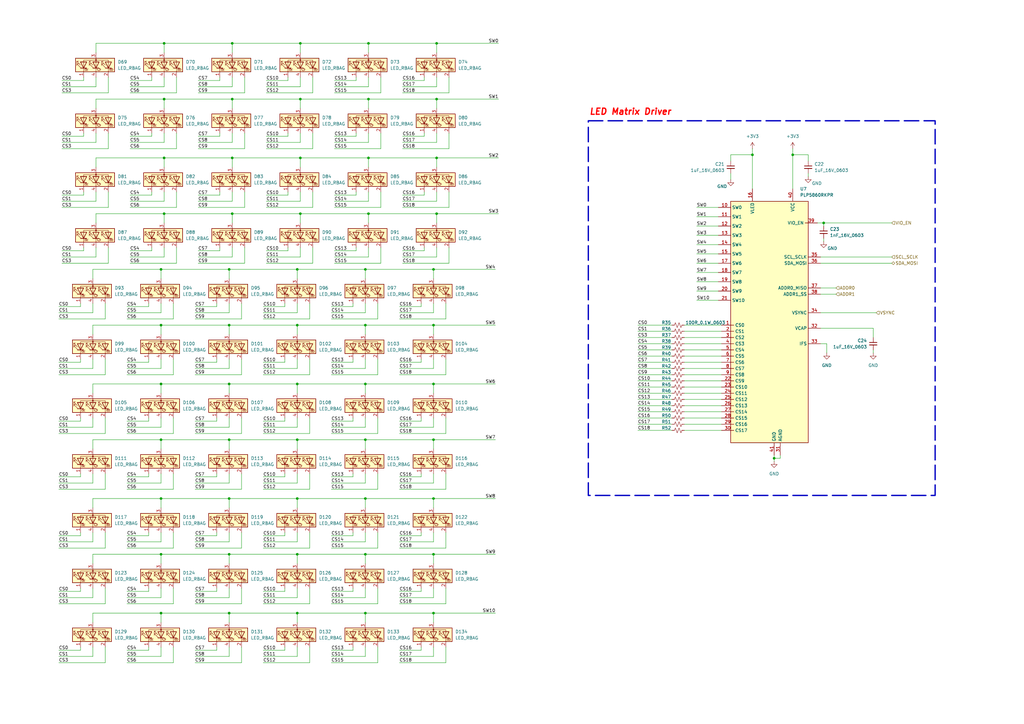
<source format=kicad_sch>
(kicad_sch (version 20231120) (generator "eeschema") (generator_version "8.0")
  (paper "A3")
  (title_block (title "Firefly Launch Badge") (date "2024-12-16") (rev "0.1") (company "Pixxel Space Pvt. Ltd.") (comment 1 "Author: Krishna Swaroop") (comment 2 "                    -EEE Team"))
  (junction (at 66.04 157.48))
  (junction (at 317.5 187.96))
  (junction (at 177.8 227.33))
  (junction (at 66.04 180.34))
  (junction (at 149.86 227.33))
  (junction (at 121.92 251.46))
  (junction (at 151.13 40.64))
  (junction (at 179.07 40.64))
  (junction (at 179.07 64.77))
  (junction (at 93.98 157.48))
  (junction (at 151.13 17.78))
  (junction (at 95.25 87.63))
  (junction (at 179.07 87.63))
  (junction (at 121.92 133.35))
  (junction (at 337.82 91.44))
  (junction (at 93.98 227.33))
  (junction (at 149.86 157.48))
  (junction (at 325.12 63.5))
  (junction (at 177.8 204.47))
  (junction (at 151.13 87.63))
  (junction (at 67.31 87.63))
  (junction (at 95.25 64.77))
  (junction (at 93.98 204.47))
  (junction (at 149.86 251.46))
  (junction (at 93.98 251.46))
  (junction (at 179.07 17.78))
  (junction (at 149.86 180.34))
  (junction (at 123.19 64.77))
  (junction (at 151.13 64.77))
  (junction (at 177.8 251.46))
  (junction (at 121.92 110.49))
  (junction (at 123.19 17.78))
  (junction (at 121.92 157.48))
  (junction (at 149.86 133.35))
  (junction (at 123.19 40.64))
  (junction (at 66.04 110.49))
  (junction (at 67.31 40.64))
  (junction (at 66.04 251.46))
  (junction (at 177.8 157.48))
  (junction (at 121.92 204.47))
  (junction (at 93.98 110.49))
  (junction (at 123.19 87.63))
  (junction (at 308.61 63.5))
  (junction (at 149.86 110.49))
  (junction (at 95.25 40.64))
  (junction (at 67.31 64.77))
  (junction (at 177.8 180.34))
  (junction (at 67.31 17.78))
  (junction (at 93.98 180.34))
  (junction (at 121.92 180.34))
  (junction (at 66.04 227.33))
  (junction (at 121.92 227.33))
  (junction (at 95.25 17.78))
  (junction (at 66.04 133.35))
  (junction (at 93.98 133.35))
  (junction (at 66.04 204.47))
  (junction (at 177.8 110.49))
  (junction (at 177.8 133.35))
  (junction (at 149.86 204.47))
  (wire (pts (xy 182.88 218.44) (xy 182.88 224.79)))
  (wire (pts (xy 71.12 265.43) (xy 71.12 271.78)))
  (wire (pts (xy 39.37 54.61) (xy 39.37 58.42)))
  (wire (pts (xy 93.98 110.49) (xy 93.98 114.3)))
  (wire (pts (xy 261.62 176.53) (xy 275.59 176.53)))
  (wire (pts (xy 165.1 80.01) (xy 173.99 80.01)))
  (wire (pts (xy 135.89 177.8) (xy 154.94 177.8)))
  (wire (pts (xy 34.29 31.75) (xy 34.29 33.02)))
  (wire (pts (xy 123.19 87.63) (xy 123.19 91.44)))
  (wire (pts (xy 95.25 78.74) (xy 95.25 82.55)))
  (wire (pts (xy 177.8 251.46) (xy 177.8 255.27)))
  (wire (pts (xy 60.96 147.32) (xy 60.96 148.59)))
  (wire (pts (xy 144.78 241.3) (xy 144.78 242.57)))
  (wire (pts (xy 203.2 133.35) (xy 177.8 133.35)))
  (wire (pts (xy 81.28 55.88) (xy 90.17 55.88)))
  (wire (pts (xy 95.25 64.77) (xy 95.25 68.58)))
  (wire (pts (xy 336.55 134.62) (xy 358.14 134.62)))
  (wire (pts (xy 25.4 80.01) (xy 34.29 80.01)))
  (wire (pts (xy 25.4 35.56) (xy 39.37 35.56)))
  (wire (pts (xy 149.86 180.34) (xy 149.86 184.15)))
  (wire (pts (xy 93.98 227.33) (xy 93.98 231.14)))
  (wire (pts (xy 121.92 133.35) (xy 121.92 137.16)))
  (wire (pts (xy 123.19 31.75) (xy 123.19 35.56)))
  (wire (pts (xy 299.72 66.04) (xy 299.72 63.5)))
  (wire (pts (xy 127 147.32) (xy 127 153.67)))
  (wire (pts (xy 52.07 153.67) (xy 71.12 153.67)))
  (wire (pts (xy 80.01 148.59) (xy 88.9 148.59)))
  (wire (pts (xy 93.98 204.47) (xy 93.98 208.28)))
  (wire (pts (xy 317.5 187.96) (xy 317.5 189.23)))
  (wire (pts (xy 151.13 64.77) (xy 123.19 64.77)))
  (wire (pts (xy 163.83 200.66) (xy 182.88 200.66)))
  (wire (pts (xy 24.13 177.8) (xy 43.18 177.8)))
  (wire (pts (xy 121.92 227.33) (xy 121.92 231.14)))
  (wire (pts (xy 71.12 194.31) (xy 71.12 200.66)))
  (wire (pts (xy 80.01 222.25) (xy 93.98 222.25)))
  (wire (pts (xy 95.25 87.63) (xy 67.31 87.63)))
  (wire (pts (xy 90.17 31.75) (xy 90.17 33.02)))
  (wire (pts (xy 127 241.3) (xy 127 247.65)))
  (wire (pts (xy 261.62 135.89) (xy 275.59 135.89)))
  (wire (pts (xy 135.89 271.78) (xy 154.94 271.78)))
  (wire (pts (xy 71.12 124.46) (xy 71.12 130.81)))
  (wire (pts (xy 80.01 245.11) (xy 93.98 245.11)))
  (wire (pts (xy 127 124.46) (xy 127 130.81)))
  (wire (pts (xy 165.1 35.56) (xy 179.07 35.56)))
  (wire (pts (xy 24.13 222.25) (xy 38.1 222.25)))
  (wire (pts (xy 107.95 128.27) (xy 121.92 128.27)))
  (wire (pts (xy 177.8 157.48) (xy 149.86 157.48)))
  (wire (pts (xy 109.22 60.96) (xy 128.27 60.96)))
  (wire (pts (xy 38.1 147.32) (xy 38.1 151.13)))
  (wire (pts (xy 280.67 133.35) (xy 295.91 133.35)))
  (wire (pts (xy 179.07 87.63) (xy 179.07 91.44)))
  (wire (pts (xy 81.28 107.95) (xy 100.33 107.95)))
  (wire (pts (xy 93.98 251.46) (xy 93.98 255.27)))
  (wire (pts (xy 280.67 140.97) (xy 295.91 140.97)))
  (wire (pts (xy 52.07 266.7) (xy 60.96 266.7)))
  (wire (pts (xy 163.83 222.25) (xy 177.8 222.25)))
  (wire (pts (xy 121.92 180.34) (xy 93.98 180.34)))
  (wire (pts (xy 165.1 58.42) (xy 179.07 58.42)))
  (wire (pts (xy 80.01 266.7) (xy 88.9 266.7)))
  (wire (pts (xy 280.67 173.99) (xy 295.91 173.99)))
  (wire (pts (xy 135.89 245.11) (xy 149.86 245.11)))
  (wire (pts (xy 67.31 64.77) (xy 67.31 68.58)))
  (wire (pts (xy 137.16 35.56) (xy 151.13 35.56)))
  (wire (pts (xy 53.34 33.02) (xy 62.23 33.02)))
  (wire (pts (xy 52.07 269.24) (xy 66.04 269.24)))
  (wire (pts (xy 107.95 153.67) (xy 127 153.67)))
  (wire (pts (xy 116.84 218.44) (xy 116.84 219.71)))
  (wire (pts (xy 336.55 105.41) (xy 365.76 105.41)))
  (wire (pts (xy 179.07 64.77) (xy 151.13 64.77)))
  (wire (pts (xy 93.98 227.33) (xy 121.92 227.33)))
  (wire (pts (xy 123.19 40.64) (xy 123.19 44.45)))
  (wire (pts (xy 81.28 105.41) (xy 95.25 105.41)))
  (wire (pts (xy 123.19 64.77) (xy 95.25 64.77)))
  (wire (pts (xy 172.72 265.43) (xy 172.72 266.7)))
  (wire (pts (xy 107.95 177.8) (xy 127 177.8)))
  (wire (pts (xy 43.18 265.43) (xy 43.18 271.78)))
  (wire (pts (xy 177.8 157.48) (xy 177.8 161.29)))
  (wire (pts (xy 135.89 247.65) (xy 154.94 247.65)))
  (wire (pts (xy 95.25 40.64) (xy 95.25 44.45)))
  (wire (pts (xy 95.25 54.61) (xy 95.25 58.42)))
  (wire (pts (xy 107.95 224.79) (xy 127 224.79)))
  (wire (pts (xy 163.83 172.72) (xy 172.72 172.72)))
  (wire (pts (xy 177.8 147.32) (xy 177.8 151.13)))
  (wire (pts (xy 280.67 161.29) (xy 295.91 161.29)))
  (wire (pts (xy 88.9 265.43) (xy 88.9 266.7)))
  (wire (pts (xy 182.88 265.43) (xy 182.88 271.78)))
  (wire (pts (xy 80.01 224.79) (xy 99.06 224.79)))
  (wire (pts (xy 93.98 180.34) (xy 66.04 180.34)))
  (wire (pts (xy 93.98 265.43) (xy 93.98 269.24)))
  (wire (pts (xy 280.67 158.75) (xy 295.91 158.75)))
  (wire (pts (xy 177.8 110.49) (xy 177.8 114.3)))
  (wire (pts (xy 60.96 171.45) (xy 60.96 172.72)))
  (wire (pts (xy 165.1 60.96) (xy 184.15 60.96)))
  (wire (pts (xy 179.07 40.64) (xy 204.47 40.64)))
  (wire (pts (xy 93.98 133.35) (xy 93.98 137.16)))
  (wire (pts (xy 107.95 266.7) (xy 116.84 266.7)))
  (wire (pts (xy 177.8 180.34) (xy 177.8 184.15)))
  (wire (pts (xy 177.8 218.44) (xy 177.8 222.25)))
  (wire (pts (xy 24.13 195.58) (xy 33.02 195.58)))
  (wire (pts (xy 135.89 195.58) (xy 144.78 195.58)))
  (wire (pts (xy 261.62 153.67) (xy 275.59 153.67)))
  (wire (pts (xy 24.13 269.24) (xy 38.1 269.24)))
  (wire (pts (xy 25.4 102.87) (xy 34.29 102.87)))
  (wire (pts (xy 25.4 85.09) (xy 44.45 85.09)))
  (wire (pts (xy 93.98 157.48) (xy 66.04 157.48)))
  (wire (pts (xy 317.5 186.69) (xy 317.5 187.96)))
  (wire (pts (xy 154.94 241.3) (xy 154.94 247.65)))
  (wire (pts (xy 66.04 157.48) (xy 38.1 157.48)))
  (wire (pts (xy 109.22 38.1) (xy 128.27 38.1)))
  (wire (pts (xy 25.4 38.1) (xy 44.45 38.1)))
  (wire (pts (xy 39.37 87.63) (xy 39.37 91.44)))
  (wire (pts (xy 149.86 227.33) (xy 177.8 227.33)))
  (wire (pts (xy 121.92 204.47) (xy 93.98 204.47)))
  (wire (pts (xy 261.62 171.45) (xy 275.59 171.45)))
  (wire (pts (xy 127 194.31) (xy 127 200.66)))
  (wire (pts (xy 179.07 64.77) (xy 179.07 68.58)))
  (wire (pts (xy 33.02 265.43) (xy 33.02 266.7)))
  (wire (pts (xy 52.07 175.26) (xy 66.04 175.26)))
  (wire (pts (xy 39.37 64.77) (xy 39.37 68.58)))
  (wire (pts (xy 336.55 140.97) (xy 339.09 140.97)))
  (wire (pts (xy 149.86 133.35) (xy 149.86 137.16)))
  (wire (pts (xy 182.88 241.3) (xy 182.88 247.65)))
  (wire (pts (xy 88.9 218.44) (xy 88.9 219.71)))
  (wire (pts (xy 109.22 105.41) (xy 123.19 105.41)))
  (wire (pts (xy 38.1 265.43) (xy 38.1 269.24)))
  (wire (pts (xy 135.89 266.7) (xy 144.78 266.7)))
  (wire (pts (xy 52.07 224.79) (xy 71.12 224.79)))
  (wire (pts (xy 43.18 241.3) (xy 43.18 247.65)))
  (wire (pts (xy 177.8 171.45) (xy 177.8 175.26)))
  (wire (pts (xy 66.04 241.3) (xy 66.04 245.11)))
  (wire (pts (xy 53.34 82.55) (xy 67.31 82.55)))
  (wire (pts (xy 156.21 31.75) (xy 156.21 38.1)))
  (wire (pts (xy 66.04 218.44) (xy 66.04 222.25)))
  (wire (pts (xy 182.88 147.32) (xy 182.88 153.67)))
  (wire (pts (xy 24.13 198.12) (xy 38.1 198.12)))
  (wire (pts (xy 154.94 171.45) (xy 154.94 177.8)))
  (wire (pts (xy 43.18 124.46) (xy 43.18 130.81)))
  (wire (pts (xy 280.67 138.43) (xy 295.91 138.43)))
  (wire (pts (xy 285.75 88.9) (xy 294.64 88.9)))
  (wire (pts (xy 80.01 130.81) (xy 99.06 130.81)))
  (wire (pts (xy 121.92 265.43) (xy 121.92 269.24)))
  (wire (pts (xy 135.89 125.73) (xy 144.78 125.73)))
  (wire (pts (xy 66.04 157.48) (xy 66.04 161.29)))
  (wire (pts (xy 179.07 54.61) (xy 179.07 58.42)))
  (wire (pts (xy 151.13 40.64) (xy 123.19 40.64)))
  (wire (pts (xy 285.75 115.57) (xy 294.64 115.57)))
  (wire (pts (xy 151.13 64.77) (xy 151.13 68.58)))
  (wire (pts (xy 184.15 54.61) (xy 184.15 60.96)))
  (wire (pts (xy 80.01 177.8) (xy 99.06 177.8)))
  (wire (pts (xy 261.62 133.35) (xy 275.59 133.35)))
  (wire (pts (xy 33.02 241.3) (xy 33.02 242.57)))
  (wire (pts (xy 66.04 227.33) (xy 66.04 231.14)))
  (wire (pts (xy 149.86 227.33) (xy 149.86 231.14)))
  (wire (pts (xy 93.98 147.32) (xy 93.98 151.13)))
  (wire (pts (xy 52.07 130.81) (xy 71.12 130.81)))
  (wire (pts (xy 72.39 78.74) (xy 72.39 85.09)))
  (wire (pts (xy 163.83 153.67) (xy 182.88 153.67)))
  (wire (pts (xy 80.01 125.73) (xy 88.9 125.73)))
  (wire (pts (xy 308.61 63.5) (xy 308.61 77.47)))
  (wire (pts (xy 179.07 40.64) (xy 151.13 40.64)))
  (wire (pts (xy 261.62 146.05) (xy 275.59 146.05)))
  (wire (pts (xy 25.4 105.41) (xy 39.37 105.41)))
  (wire (pts (xy 165.1 105.41) (xy 179.07 105.41)))
  (wire (pts (xy 135.89 198.12) (xy 149.86 198.12)))
  (wire (pts (xy 135.89 151.13) (xy 149.86 151.13)))
  (wire (pts (xy 66.04 147.32) (xy 66.04 151.13)))
  (wire (pts (xy 80.01 200.66) (xy 99.06 200.66)))
  (wire (pts (xy 25.4 58.42) (xy 39.37 58.42)))
  (wire (pts (xy 325.12 77.47) (xy 325.12 63.5)))
  (wire (pts (xy 93.98 180.34) (xy 93.98 184.15)))
  (wire (pts (xy 149.86 241.3) (xy 149.86 245.11)))
  (wire (pts (xy 137.16 60.96) (xy 156.21 60.96)))
  (wire (pts (xy 66.04 180.34) (xy 38.1 180.34)))
  (wire (pts (xy 331.47 72.39) (xy 331.47 71.12)))
  (wire (pts (xy 261.62 166.37) (xy 275.59 166.37)))
  (wire (pts (xy 121.92 157.48) (xy 121.92 161.29)))
  (wire (pts (xy 325.12 60.96) (xy 325.12 63.5)))
  (wire (pts (xy 39.37 31.75) (xy 39.37 35.56)))
  (wire (pts (xy 109.22 35.56) (xy 123.19 35.56)))
  (wire (pts (xy 280.67 151.13) (xy 295.91 151.13)))
  (wire (pts (xy 107.95 175.26) (xy 121.92 175.26)))
  (wire (pts (xy 135.89 269.24) (xy 149.86 269.24)))
  (wire (pts (xy 24.13 125.73) (xy 33.02 125.73)))
  (wire (pts (xy 38.1 171.45) (xy 38.1 175.26)))
  (wire (pts (xy 100.33 101.6) (xy 100.33 107.95)))
  (wire (pts (xy 52.07 247.65) (xy 71.12 247.65)))
  (wire (pts (xy 149.86 251.46) (xy 149.86 255.27)))
  (wire (pts (xy 177.8 110.49) (xy 149.86 110.49)))
  (wire (pts (xy 261.62 161.29) (xy 275.59 161.29)))
  (wire (pts (xy 151.13 87.63) (xy 151.13 91.44)))
  (wire (pts (xy 93.98 157.48) (xy 93.98 161.29)))
  (wire (pts (xy 182.88 124.46) (xy 182.88 130.81)))
  (wire (pts (xy 34.29 54.61) (xy 34.29 55.88)))
  (wire (pts (xy 149.86 110.49) (xy 121.92 110.49)))
  (wire (pts (xy 44.45 78.74) (xy 44.45 85.09)))
  (wire (pts (xy 261.62 138.43) (xy 275.59 138.43)))
  (wire (pts (xy 80.01 151.13) (xy 93.98 151.13)))
  (wire (pts (xy 156.21 78.74) (xy 156.21 85.09)))
  (wire (pts (xy 123.19 17.78) (xy 123.19 21.59)))
  (wire (pts (xy 93.98 124.46) (xy 93.98 128.27)))
  (wire (pts (xy 121.92 204.47) (xy 121.92 208.28)))
  (wire (pts (xy 95.25 40.64) (xy 67.31 40.64)))
  (wire (pts (xy 24.13 175.26) (xy 38.1 175.26)))
  (wire (pts (xy 53.34 107.95) (xy 72.39 107.95)))
  (wire (pts (xy 149.86 194.31) (xy 149.86 198.12)))
  (wire (pts (xy 24.13 172.72) (xy 33.02 172.72)))
  (wire (pts (xy 60.96 218.44) (xy 60.96 219.71)))
  (wire (pts (xy 285.75 104.14) (xy 294.64 104.14)))
  (wire (pts (xy 25.4 82.55) (xy 39.37 82.55)))
  (wire (pts (xy 66.04 204.47) (xy 66.04 208.28)))
  (wire (pts (xy 128.27 101.6) (xy 128.27 107.95)))
  (wire (pts (xy 38.1 194.31) (xy 38.1 198.12)))
  (wire (pts (xy 52.07 195.58) (xy 60.96 195.58)))
  (wire (pts (xy 72.39 54.61) (xy 72.39 60.96)))
  (wire (pts (xy 172.72 124.46) (xy 172.72 125.73)))
  (wire (pts (xy 95.25 17.78) (xy 95.25 21.59)))
  (wire (pts (xy 151.13 17.78) (xy 123.19 17.78)))
  (wire (pts (xy 107.95 200.66) (xy 127 200.66)))
  (wire (pts (xy 52.07 198.12) (xy 66.04 198.12)))
  (wire (pts (xy 38.1 251.46) (xy 38.1 255.27)))
  (wire (pts (xy 80.01 153.67) (xy 99.06 153.67)))
  (wire (pts (xy 107.95 148.59) (xy 116.84 148.59)))
  (wire (pts (xy 127 218.44) (xy 127 224.79)))
  (wire (pts (xy 280.67 146.05) (xy 295.91 146.05)))
  (wire (pts (xy 25.4 107.95) (xy 44.45 107.95)))
  (wire (pts (xy 163.83 195.58) (xy 172.72 195.58)))
  (wire (pts (xy 118.11 54.61) (xy 118.11 55.88)))
  (wire (pts (xy 128.27 78.74) (xy 128.27 85.09)))
  (wire (pts (xy 44.45 54.61) (xy 44.45 60.96)))
  (wire (pts (xy 39.37 101.6) (xy 39.37 105.41)))
  (wire (pts (xy 163.83 269.24) (xy 177.8 269.24)))
  (wire (pts (xy 107.95 172.72) (xy 116.84 172.72)))
  (wire (pts (xy 81.28 102.87) (xy 90.17 102.87)))
  (wire (pts (xy 66.04 265.43) (xy 66.04 269.24)))
  (wire (pts (xy 165.1 107.95) (xy 184.15 107.95)))
  (wire (pts (xy 107.95 125.73) (xy 116.84 125.73)))
  (wire (pts (xy 135.89 222.25) (xy 149.86 222.25)))
  (wire (pts (xy 154.94 194.31) (xy 154.94 200.66)))
  (wire (pts (xy 163.83 125.73) (xy 172.72 125.73)))
  (wire (pts (xy 67.31 40.64) (xy 67.31 44.45)))
  (wire (pts (xy 163.83 148.59) (xy 172.72 148.59)))
  (wire (pts (xy 173.99 101.6) (xy 173.99 102.87)))
  (wire (pts (xy 308.61 60.96) (xy 308.61 63.5)))
  (wire (pts (xy 154.94 218.44) (xy 154.94 224.79)))
  (wire (pts (xy 177.8 124.46) (xy 177.8 128.27)))
  (wire (pts (xy 149.86 180.34) (xy 121.92 180.34)))
  (wire (pts (xy 285.75 107.95) (xy 294.64 107.95)))
  (wire (pts (xy 123.19 54.61) (xy 123.19 58.42)))
  (wire (pts (xy 93.98 110.49) (xy 66.04 110.49)))
  (wire (pts (xy 337.82 99.06) (xy 337.82 97.79)))
  (wire (pts (xy 93.98 218.44) (xy 93.98 222.25)))
  (wire (pts (xy 107.95 245.11) (xy 121.92 245.11)))
  (wire (pts (xy 135.89 148.59) (xy 144.78 148.59)))
  (wire (pts (xy 121.92 171.45) (xy 121.92 175.26)))
  (wire (pts (xy 154.94 124.46) (xy 154.94 130.81)))
  (wire (pts (xy 172.72 171.45) (xy 172.72 172.72)))
  (wire (pts (xy 109.22 33.02) (xy 118.11 33.02)))
  (wire (pts (xy 285.75 92.71) (xy 294.64 92.71)))
  (wire (pts (xy 81.28 80.01) (xy 90.17 80.01)))
  (wire (pts (xy 337.82 91.44) (xy 337.82 92.71)))
  (wire (pts (xy 100.33 78.74) (xy 100.33 85.09)))
  (wire (pts (xy 121.92 194.31) (xy 121.92 198.12)))
  (wire (pts (xy 144.78 147.32) (xy 144.78 148.59)))
  (wire (pts (xy 71.12 147.32) (xy 71.12 153.67)))
  (wire (pts (xy 53.34 105.41) (xy 67.31 105.41)))
  (wire (pts (xy 261.62 173.99) (xy 275.59 173.99)))
  (wire (pts (xy 53.34 102.87) (xy 62.23 102.87)))
  (wire (pts (xy 107.95 269.24) (xy 121.92 269.24)))
  (wire (pts (xy 109.22 102.87) (xy 118.11 102.87)))
  (wire (pts (xy 38.1 110.49) (xy 38.1 114.3)))
  (wire (pts (xy 144.78 124.46) (xy 144.78 125.73)))
  (wire (pts (xy 99.06 265.43) (xy 99.06 271.78)))
  (wire (pts (xy 39.37 17.78) (xy 39.37 21.59)))
  (wire (pts (xy 67.31 17.78) (xy 39.37 17.78)))
  (wire (pts (xy 163.83 130.81) (xy 182.88 130.81)))
  (wire (pts (xy 24.13 266.7) (xy 33.02 266.7)))
  (wire (pts (xy 165.1 85.09) (xy 184.15 85.09)))
  (wire (pts (xy 52.07 125.73) (xy 60.96 125.73)))
  (wire (pts (xy 81.28 58.42) (xy 95.25 58.42)))
  (wire (pts (xy 137.16 85.09) (xy 156.21 85.09)))
  (wire (pts (xy 52.07 172.72) (xy 60.96 172.72)))
  (wire (pts (xy 137.16 105.41) (xy 151.13 105.41)))
  (wire (pts (xy 66.04 171.45) (xy 66.04 175.26)))
  (wire (pts (xy 146.05 54.61) (xy 146.05 55.88)))
  (wire (pts (xy 71.12 171.45) (xy 71.12 177.8)))
  (wire (pts (xy 67.31 87.63) (xy 39.37 87.63)))
  (wire (pts (xy 24.13 128.27) (xy 38.1 128.27)))
  (wire (pts (xy 107.95 198.12) (xy 121.92 198.12)))
  (wire (pts (xy 107.95 222.25) (xy 121.92 222.25)))
  (wire (pts (xy 156.21 54.61) (xy 156.21 60.96)))
  (wire (pts (xy 53.34 38.1) (xy 72.39 38.1)))
  (wire (pts (xy 177.8 133.35) (xy 177.8 137.16)))
  (wire (pts (xy 60.96 241.3) (xy 60.96 242.57)))
  (wire (pts (xy 121.92 251.46) (xy 93.98 251.46)))
  (wire (pts (xy 182.88 171.45) (xy 182.88 177.8)))
  (wire (pts (xy 203.2 180.34) (xy 177.8 180.34)))
  (wire (pts (xy 80.01 269.24) (xy 93.98 269.24)))
  (wire (pts (xy 127 265.43) (xy 127 271.78)))
  (wire (pts (xy 285.75 96.52) (xy 294.64 96.52)))
  (wire (pts (xy 118.11 101.6) (xy 118.11 102.87)))
  (wire (pts (xy 88.9 147.32) (xy 88.9 148.59)))
  (wire (pts (xy 66.04 133.35) (xy 66.04 137.16)))
  (wire (pts (xy 165.1 55.88) (xy 173.99 55.88)))
  (wire (pts (xy 33.02 147.32) (xy 33.02 148.59)))
  (wire (pts (xy 95.25 17.78) (xy 67.31 17.78)))
  (wire (pts (xy 179.07 17.78) (xy 204.47 17.78)))
  (wire (pts (xy 335.28 91.44) (xy 337.82 91.44)))
  (wire (pts (xy 165.1 82.55) (xy 179.07 82.55)))
  (wire (pts (xy 67.31 17.78) (xy 67.31 21.59)))
  (wire (pts (xy 163.83 151.13) (xy 177.8 151.13)))
  (wire (pts (xy 184.15 31.75) (xy 184.15 38.1)))
  (wire (pts (xy 121.92 124.46) (xy 121.92 128.27)))
  (wire (pts (xy 88.9 241.3) (xy 88.9 242.57)))
  (wire (pts (xy 109.22 80.01) (xy 118.11 80.01)))
  (wire (pts (xy 67.31 31.75) (xy 67.31 35.56)))
  (wire (pts (xy 121.92 157.48) (xy 93.98 157.48)))
  (wire (pts (xy 123.19 17.78) (xy 95.25 17.78)))
  (wire (pts (xy 99.06 171.45) (xy 99.06 177.8)))
  (wire (pts (xy 163.83 242.57) (xy 172.72 242.57)))
  (wire (pts (xy 149.86 265.43) (xy 149.86 269.24)))
  (wire (pts (xy 177.8 204.47) (xy 149.86 204.47)))
  (wire (pts (xy 144.78 171.45) (xy 144.78 172.72)))
  (wire (pts (xy 43.18 171.45) (xy 43.18 177.8)))
  (wire (pts (xy 137.16 38.1) (xy 156.21 38.1)))
  (wire (pts (xy 24.13 271.78) (xy 43.18 271.78)))
  (wire (pts (xy 116.84 124.46) (xy 116.84 125.73)))
  (wire (pts (xy 107.95 247.65) (xy 127 247.65)))
  (wire (pts (xy 280.67 166.37) (xy 295.91 166.37)))
  (wire (pts (xy 177.8 251.46) (xy 149.86 251.46)))
  (wire (pts (xy 149.86 157.48) (xy 149.86 161.29)))
  (wire (pts (xy 128.27 31.75) (xy 128.27 38.1)))
  (wire (pts (xy 66.04 194.31) (xy 66.04 198.12)))
  (wire (pts (xy 261.62 143.51) (xy 275.59 143.51)))
  (wire (pts (xy 163.83 266.7) (xy 172.72 266.7)))
  (wire (pts (xy 93.98 251.46) (xy 66.04 251.46)))
  (wire (pts (xy 24.13 200.66) (xy 43.18 200.66)))
  (wire (pts (xy 121.92 133.35) (xy 93.98 133.35)))
  (wire (pts (xy 109.22 58.42) (xy 123.19 58.42)))
  (wire (pts (xy 52.07 148.59) (xy 60.96 148.59)))
  (wire (pts (xy 173.99 54.61) (xy 173.99 55.88)))
  (wire (pts (xy 280.67 163.83) (xy 295.91 163.83)))
  (wire (pts (xy 71.12 241.3) (xy 71.12 247.65)))
  (wire (pts (xy 177.8 227.33) (xy 177.8 231.14)))
  (wire (pts (xy 80.01 195.58) (xy 88.9 195.58)))
  (wire (pts (xy 320.04 186.69) (xy 320.04 187.96)))
  (wire (pts (xy 149.86 204.47) (xy 149.86 208.28)))
  (wire (pts (xy 38.1 241.3) (xy 38.1 245.11)))
  (wire (pts (xy 66.04 124.46) (xy 66.04 128.27)))
  (wire (pts (xy 99.06 147.32) (xy 99.06 153.67)))
  (wire (pts (xy 62.23 101.6) (xy 62.23 102.87)))
  (wire (pts (xy 80.01 219.71) (xy 88.9 219.71)))
  (wire (pts (xy 39.37 78.74) (xy 39.37 82.55)))
  (wire (pts (xy 285.75 111.76) (xy 294.64 111.76)))
  (wire (pts (xy 80.01 128.27) (xy 93.98 128.27)))
  (wire (pts (xy 107.95 151.13) (xy 121.92 151.13)))
  (wire (pts (xy 53.34 58.42) (xy 67.31 58.42)))
  (wire (pts (xy 280.67 171.45) (xy 295.91 171.45)))
  (wire (pts (xy 144.78 218.44) (xy 144.78 219.71)))
  (wire (pts (xy 24.13 153.67) (xy 43.18 153.67)))
  (wire (pts (xy 261.62 168.91) (xy 275.59 168.91)))
  (wire (pts (xy 151.13 87.63) (xy 123.19 87.63)))
  (wire (pts (xy 203.2 227.33) (xy 177.8 227.33)))
  (wire (pts (xy 38.1 180.34) (xy 38.1 184.15)))
  (wire (pts (xy 66.04 227.33) (xy 93.98 227.33)))
  (wire (pts (xy 66.04 110.49) (xy 38.1 110.49)))
  (wire (pts (xy 137.16 107.95) (xy 156.21 107.95)))
  (wire (pts (xy 53.34 55.88) (xy 62.23 55.88)))
  (wire (pts (xy 151.13 78.74) (xy 151.13 82.55)))
  (wire (pts (xy 81.28 35.56) (xy 95.25 35.56)))
  (wire (pts (xy 179.07 31.75) (xy 179.07 35.56)))
  (wire (pts (xy 81.28 33.02) (xy 90.17 33.02)))
  (wire (pts (xy 179.07 101.6) (xy 179.07 105.41)))
  (wire (pts (xy 172.72 218.44) (xy 172.72 219.71)))
  (wire (pts (xy 203.2 251.46) (xy 177.8 251.46)))
  (wire (pts (xy 67.31 101.6) (xy 67.31 105.41)))
  (wire (pts (xy 151.13 31.75) (xy 151.13 35.56)))
  (wire (pts (xy 93.98 171.45) (xy 93.98 175.26)))
  (wire (pts (xy 38.1 124.46) (xy 38.1 128.27)))
  (wire (pts (xy 320.04 187.96) (xy 317.5 187.96)))
  (wire (pts (xy 24.13 151.13) (xy 38.1 151.13)))
  (wire (pts (xy 342.9 118.11) (xy 336.55 118.11)))
  (wire (pts (xy 60.96 194.31) (xy 60.96 195.58)))
  (wire (pts (xy 66.04 251.46) (xy 66.04 255.27)))
  (wire (pts (xy 88.9 171.45) (xy 88.9 172.72)))
  (wire (pts (xy 123.19 101.6) (xy 123.19 105.41)))
  (wire (pts (xy 38.1 227.33) (xy 38.1 231.14)))
  (wire (pts (xy 144.78 265.43) (xy 144.78 266.7)))
  (wire (pts (xy 173.99 31.75) (xy 173.99 33.02)))
  (wire (pts (xy 156.21 101.6) (xy 156.21 107.95)))
  (wire (pts (xy 137.16 102.87) (xy 146.05 102.87)))
  (wire (pts (xy 261.62 140.97) (xy 275.59 140.97)))
  (wire (pts (xy 66.04 133.35) (xy 38.1 133.35)))
  (wire (pts (xy 80.01 175.26) (xy 93.98 175.26)))
  (wire (pts (xy 95.25 31.75) (xy 95.25 35.56)))
  (wire (pts (xy 149.86 124.46) (xy 149.86 128.27)))
  (wire (pts (xy 100.33 54.61) (xy 100.33 60.96)))
  (wire (pts (xy 163.83 177.8) (xy 182.88 177.8)))
  (wire (pts (xy 261.62 163.83) (xy 275.59 163.83)))
  (wire (pts (xy 52.07 200.66) (xy 71.12 200.66)))
  (wire (pts (xy 137.16 33.02) (xy 146.05 33.02)))
  (wire (pts (xy 121.92 110.49) (xy 93.98 110.49)))
  (wire (pts (xy 80.01 247.65) (xy 99.06 247.65)))
  (wire (pts (xy 81.28 85.09) (xy 100.33 85.09)))
  (wire (pts (xy 149.86 204.47) (xy 121.92 204.47)))
  (wire (pts (xy 280.67 143.51) (xy 295.91 143.51)))
  (wire (pts (xy 95.25 87.63) (xy 95.25 91.44)))
  (wire (pts (xy 67.31 54.61) (xy 67.31 58.42)))
  (wire (pts (xy 163.83 128.27) (xy 177.8 128.27)))
  (wire (pts (xy 299.72 63.5) (xy 308.61 63.5)))
  (wire (pts (xy 135.89 224.79) (xy 154.94 224.79)))
  (wire (pts (xy 43.18 147.32) (xy 43.18 153.67)))
  (wire (pts (xy 95.25 64.77) (xy 67.31 64.77)))
  (wire (pts (xy 179.07 78.74) (xy 179.07 82.55)))
  (wire (pts (xy 81.28 38.1) (xy 100.33 38.1)))
  (wire (pts (xy 67.31 64.77) (xy 39.37 64.77)))
  (wire (pts (xy 33.02 218.44) (xy 33.02 219.71)))
  (wire (pts (xy 151.13 17.78) (xy 151.13 21.59)))
  (wire (pts (xy 123.19 78.74) (xy 123.19 82.55)))
  (wire (pts (xy 66.04 180.34) (xy 66.04 184.15)))
  (wire (pts (xy 107.95 242.57) (xy 116.84 242.57)))
  (wire (pts (xy 177.8 180.34) (xy 149.86 180.34)))
  (wire (pts (xy 179.07 40.64) (xy 179.07 44.45)))
  (wire (pts (xy 149.86 110.49) (xy 149.86 114.3)))
  (wire (pts (xy 285.75 119.38) (xy 294.64 119.38)))
  (wire (pts (xy 179.07 87.63) (xy 151.13 87.63)))
  (wire (pts (xy 62.23 31.75) (xy 62.23 33.02)))
  (wire (pts (xy 137.16 55.88) (xy 146.05 55.88)))
  (wire (pts (xy 24.13 224.79) (xy 43.18 224.79)))
  (wire (pts (xy 107.95 219.71) (xy 116.84 219.71)))
  (wire (pts (xy 177.8 204.47) (xy 177.8 208.28)))
  (wire (pts (xy 52.07 242.57) (xy 60.96 242.57)))
  (wire (pts (xy 203.2 157.48) (xy 177.8 157.48)))
  (wire (pts (xy 173.99 78.74) (xy 173.99 80.01)))
  (wire (pts (xy 118.11 78.74) (xy 118.11 80.01)))
  (wire (pts (xy 81.28 60.96) (xy 100.33 60.96)))
  (wire (pts (xy 172.72 194.31) (xy 172.72 195.58)))
  (wire (pts (xy 80.01 198.12) (xy 93.98 198.12)))
  (wire (pts (xy 179.07 64.77) (xy 204.47 64.77)))
  (wire (pts (xy 177.8 241.3) (xy 177.8 245.11)))
  (wire (pts (xy 24.13 219.71) (xy 33.02 219.71)))
  (wire (pts (xy 146.05 31.75) (xy 146.05 33.02)))
  (wire (pts (xy 38.1 157.48) (xy 38.1 161.29)))
  (wire (pts (xy 135.89 175.26) (xy 149.86 175.26)))
  (wire (pts (xy 285.75 85.09) (xy 294.64 85.09)))
  (wire (pts (xy 163.83 198.12) (xy 177.8 198.12)))
  (wire (pts (xy 71.12 218.44) (xy 71.12 224.79)))
  (wire (pts (xy 184.15 101.6) (xy 184.15 107.95)))
  (wire (pts (xy 261.62 156.21) (xy 275.59 156.21)))
  (wire (pts (xy 177.8 265.43) (xy 177.8 269.24)))
  (wire (pts (xy 135.89 153.67) (xy 154.94 153.67)))
  (wire (pts (xy 90.17 54.61) (xy 90.17 55.88)))
  (wire (pts (xy 165.1 38.1) (xy 184.15 38.1)))
  (wire (pts (xy 123.19 64.77) (xy 123.19 68.58)))
  (wire (pts (xy 107.95 271.78) (xy 127 271.78)))
  (wire (pts (xy 88.9 124.46) (xy 88.9 125.73)))
  (wire (pts (xy 261.62 148.59) (xy 275.59 148.59)))
  (wire (pts (xy 99.06 218.44) (xy 99.06 224.79)))
  (wire (pts (xy 24.13 148.59) (xy 33.02 148.59)))
  (wire (pts (xy 149.86 171.45) (xy 149.86 175.26)))
  (wire (pts (xy 34.29 78.74) (xy 34.29 80.01)))
  (wire (pts (xy 285.75 123.19) (xy 294.64 123.19)))
  (wire (pts (xy 116.84 194.31) (xy 116.84 195.58)))
  (wire (pts (xy 121.92 147.32) (xy 121.92 151.13)))
  (wire (pts (xy 149.86 157.48) (xy 121.92 157.48)))
  (wire (pts (xy 107.95 130.81) (xy 127 130.81)))
  (wire (pts (xy 93.98 133.35) (xy 66.04 133.35)))
  (wire (pts (xy 179.07 87.63) (xy 204.47 87.63)))
  (wire (pts (xy 121.92 227.33) (xy 149.86 227.33)))
  (wire (pts (xy 163.83 175.26) (xy 177.8 175.26)))
  (wire (pts (xy 24.13 242.57) (xy 33.02 242.57)))
  (wire (pts (xy 151.13 101.6) (xy 151.13 105.41)))
  (wire (pts (xy 67.31 78.74) (xy 67.31 82.55)))
  (wire (pts (xy 60.96 265.43) (xy 60.96 266.7)))
  (wire (pts (xy 80.01 242.57) (xy 88.9 242.57)))
  (wire (pts (xy 149.86 147.32) (xy 149.86 151.13)))
  (wire (pts (xy 127 171.45) (xy 127 177.8)))
  (wire (pts (xy 24.13 247.65) (xy 43.18 247.65)))
  (wire (pts (xy 60.96 124.46) (xy 60.96 125.73)))
  (wire (pts (xy 72.39 31.75) (xy 72.39 38.1)))
  (wire (pts (xy 135.89 200.66) (xy 154.94 200.66)))
  (wire (pts (xy 53.34 60.96) (xy 72.39 60.96)))
  (wire (pts (xy 121.92 180.34) (xy 121.92 184.15)))
  (wire (pts (xy 172.72 147.32) (xy 172.72 148.59)))
  (wire (pts (xy 163.83 219.71) (xy 172.72 219.71)))
  (wire (pts (xy 177.8 110.49) (xy 203.2 110.49)))
  (wire (pts (xy 285.75 100.33) (xy 294.64 100.33)))
  (wire (pts (xy 99.06 194.31) (xy 99.06 200.66)))
  (wire (pts (xy 52.07 222.25) (xy 66.04 222.25)))
  (wire (pts (xy 163.83 224.79) (xy 182.88 224.79)))
  (wire (pts (xy 90.17 101.6) (xy 90.17 102.87)))
  (wire (pts (xy 135.89 172.72) (xy 144.78 172.72)))
  (wire (pts (xy 109.22 55.88) (xy 118.11 55.88)))
  (wire (pts (xy 337.82 91.44) (xy 365.76 91.44)))
  (wire (pts (xy 137.16 58.42) (xy 151.13 58.42)))
  (wire (pts (xy 163.83 245.11) (xy 177.8 245.11)))
  (wire (pts (xy 109.22 85.09) (xy 128.27 85.09)))
  (wire (pts (xy 33.02 194.31) (xy 33.02 195.58)))
  (wire (pts (xy 66.04 110.49) (xy 66.04 114.3)))
  (wire (pts (xy 44.45 101.6) (xy 44.45 107.95)))
  (wire (pts (xy 203.2 204.47) (xy 177.8 204.47)))
  (wire (pts (xy 53.34 80.01) (xy 62.23 80.01)))
  (wire (pts (xy 24.13 130.81) (xy 43.18 130.81)))
  (wire (pts (xy 149.86 218.44) (xy 149.86 222.25)))
  (wire (pts (xy 128.27 54.61) (xy 128.27 60.96)))
  (wire (pts (xy 135.89 128.27) (xy 149.86 128.27)))
  (wire (pts (xy 93.98 204.47) (xy 66.04 204.47)))
  (wire (pts (xy 123.19 40.64) (xy 95.25 40.64)))
  (wire (pts (xy 163.83 271.78) (xy 182.88 271.78)))
  (wire (pts (xy 121.92 241.3) (xy 121.92 245.11)))
  (wire (pts (xy 144.78 194.31) (xy 144.78 195.58)))
  (wire (pts (xy 80.01 172.72) (xy 88.9 172.72)))
  (wire (pts (xy 99.06 124.46) (xy 99.06 130.81)))
  (wire (pts (xy 135.89 130.81) (xy 154.94 130.81)))
  (wire (pts (xy 52.07 245.11) (xy 66.04 245.11)))
  (wire (pts (xy 62.23 78.74) (xy 62.23 80.01)))
  (wire (pts (xy 109.22 82.55) (xy 123.19 82.55)))
  (wire (pts (xy 53.34 85.09) (xy 72.39 85.09)))
  (wire (pts (xy 118.11 31.75) (xy 118.11 33.02)))
  (wire (pts (xy 116.84 171.45) (xy 116.84 172.72)))
  (wire (pts (xy 67.31 40.64) (xy 39.37 40.64)))
  (wire (pts (xy 100.33 31.75) (xy 100.33 38.1)))
  (wire (pts (xy 135.89 242.57) (xy 144.78 242.57)))
  (wire (pts (xy 38.1 133.35) (xy 38.1 137.16)))
  (wire (pts (xy 123.19 87.63) (xy 95.25 87.63)))
  (wire (pts (xy 163.83 247.65) (xy 182.88 247.65)))
  (wire (pts (xy 39.37 40.64) (xy 39.37 44.45)))
  (wire (pts (xy 177.8 133.35) (xy 149.86 133.35)))
  (wire (pts (xy 43.18 218.44) (xy 43.18 224.79)))
  (wire (pts (xy 137.16 82.55) (xy 151.13 82.55)))
  (wire (pts (xy 358.14 134.62) (xy 358.14 138.43)))
  (wire (pts (xy 38.1 204.47) (xy 38.1 208.28)))
  (wire (pts (xy 280.67 156.21) (xy 295.91 156.21)))
  (wire (pts (xy 154.94 265.43) (xy 154.94 271.78)))
  (wire (pts (xy 38.1 227.33) (xy 66.04 227.33)))
  (wire (pts (xy 280.67 153.67) (xy 295.91 153.67)))
  (wire (pts (xy 33.02 171.45) (xy 33.02 172.72)))
  (wire (pts (xy 182.88 194.31) (xy 182.88 200.66)))
  (wire (pts (xy 93.98 194.31) (xy 93.98 198.12)))
  (wire (pts (xy 52.07 151.13) (xy 66.04 151.13)))
  (wire (pts (xy 52.07 271.78) (xy 71.12 271.78)))
  (wire (pts (xy 116.84 265.43) (xy 116.84 266.7)))
  (wire (pts (xy 137.16 80.01) (xy 146.05 80.01)))
  (wire (pts (xy 151.13 54.61) (xy 151.13 58.42)))
  (wire (pts (xy 179.07 17.78) (xy 179.07 21.59)))
  (wire (pts (xy 358.14 144.78) (xy 358.14 143.51)))
  (wire (pts (xy 151.13 40.64) (xy 151.13 44.45)))
  (wire (pts (xy 149.86 133.35) (xy 121.92 133.35)))
  (wire (pts (xy 33.02 124.46) (xy 33.02 125.73)))
  (wire (pts (xy 177.8 194.31) (xy 177.8 198.12)))
  (wire (pts (xy 146.05 78.74) (xy 146.05 80.01)))
  (wire (pts (xy 72.39 101.6) (xy 72.39 107.95)))
  (wire (pts (xy 116.84 241.3) (xy 116.84 242.57)))
  (wire (pts (xy 34.29 101.6) (xy 34.29 102.87)))
  (wire (pts (xy 280.67 176.53) (xy 295.91 176.53)))
  (wire (pts (xy 339.09 140.97) (xy 339.09 144.78)))
  (wire (pts (xy 299.72 73.66) (xy 299.72 71.12)))
  (wire (pts (xy 149.86 251.46) (xy 121.92 251.46)))
  (wire (pts (xy 62.23 54.61) (xy 62.23 55.88)))
  (wire (pts (xy 25.4 33.02) (xy 34.29 33.02)))
  (wire (pts (xy 121.92 218.44) (xy 121.92 222.25)))
  (wire (pts (xy 146.05 101.6) (xy 146.05 102.87)))
  (wire (pts (xy 135.89 219.71) (xy 144.78 219.71)))
  (wire (pts (xy 88.9 194.31) (xy 88.9 195.58)))
  (wire (pts (xy 24.13 245.11) (xy 38.1 245.11)))
  (wire (pts (xy 121.92 110.49) (xy 121.92 114.3)))
  (wire (pts (xy 184.15 78.74) (xy 184.15 85.09)))
  (wire (pts (xy 53.34 35.56) (xy 67.31 35.56)))
  (wire (pts (xy 261.62 151.13) (xy 275.59 151.13)))
  (wire (pts (xy 66.04 204.47) (xy 38.1 204.47)))
  (wire (pts (xy 25.4 60.96) (xy 44.45 60.96)))
  (wire (pts (xy 172.72 241.3) (xy 172.72 242.57)))
  (wire (pts (xy 109.22 107.95) (xy 128.27 107.95)))
  (wire (pts (xy 67.31 87.63) (xy 67.31 91.44)))
  (wire (pts (xy 261.62 158.75) (xy 275.59 158.75)))
  (wire (pts (xy 44.45 31.75) (xy 44.45 38.1)))
  (wire (pts (xy 25.4 55.88) (xy 34.29 55.88)))
  (wire (pts (xy 80.01 271.78) (xy 99.06 271.78)))
  (wire (pts (xy 154.94 147.32) (xy 154.94 153.67)))
  (wire (pts (xy 66.04 251.46) (xy 38.1 251.46)))
  (wire (pts (xy 165.1 33.02) (xy 173.99 33.02)))
  (wire (pts (xy 38.1 218.44) (xy 38.1 222.25)))
  (wire (pts (xy 359.41 128.27) (xy 336.55 128.27)))
  (wire (pts (xy 116.84 147.32) (xy 116.84 148.59)))
  (wire (pts (xy 107.95 195.58) (xy 116.84 195.58)))
  (wire (pts (xy 165.1 102.87) (xy 173.99 102.87)))
  (wire (pts (xy 121.92 251.46) (xy 121.92 255.27)))
  (wire (pts (xy 280.67 148.59) (xy 295.91 148.59)))
  (wire (pts (xy 336.55 107.95) (xy 365.76 107.95)))
  (wire (pts (xy 179.07 17.78) (xy 151.13 17.78)))
  (wire (pts (xy 81.28 82.55) (xy 95.25 82.55)))
  (wire (pts (xy 99.06 241.3) (xy 99.06 247.65)))
  (wire (pts (xy 331.47 63.5) (xy 331.47 66.04)))
  (wire (pts (xy 95.25 101.6) (xy 95.25 105.41)))
  (wire (pts (xy 43.18 194.31) (xy 43.18 200.66)))
  (wire (pts (xy 52.07 128.27) (xy 66.04 128.27)))
  (wire (pts (xy 280.67 135.89) (xy 295.91 135.89)))
  (wire (pts (xy 93.98 241.3) (xy 93.98 245.11)))
  (wire (pts (xy 52.07 177.8) (xy 71.12 177.8)))
  (wire (pts (xy 90.17 78.74) (xy 90.17 80.01)))
  (wire (pts (xy 280.67 168.91) (xy 295.91 168.91)))
  (wire (pts (xy 52.07 219.71) (xy 60.96 219.71)))
  (wire (pts (xy 342.9 120.65) (xy 336.55 120.65)))
  (wire (pts (xy 325.12 63.5) (xy 331.47 63.5)))
  (rectangle (start 241.3 49.53) (end 383.54 203.2) (stroke (width 0.54) (type dash)))
  (text "LED Matrix Driver" (at 258.572 45.974 0) (effects (font (size 2.54 2.54) (thickness 0.508) (bold yes) (italic yes))))
  (label "CS15" (at 261.62 168.91 0))
  (label "CS9" (at 81.28 107.95 0))
  (label "CS8" (at 80.01 128.27 0))
  (label "CS3" (at 24.13 224.79 0))
  (label "CS16" (at 163.83 219.71 0))
  (label "CS7" (at 80.01 242.57 0))
  (label "SW0" (at 285.75 85.09 0))
  (label "CS3" (at 24.13 200.66 0))
  (label "CS3" (at 261.62 138.43 0))
  (label "CS14" (at 135.89 198.12 0))
  (label "CS1" (at 24.13 222.25 0))
  (label "CS4" (at 53.34 102.87 0))
  (label "CS3" (at 25.4 60.96 0))
  (label "CS1" (at 25.4 58.42 0))
  (label "CS12" (at 107.95 271.78 0))
  (label "CS13" (at 135.89 148.59 0))
  (label "CS10" (at 107.95 172.72 0))
  (label "CS7" (at 81.28 33.02 0))
  (label "CS1" (at 24.13 128.27 0))
  (label "CS17" (at 163.83 269.24 0))
  (label "SW4" (at 203.2 110.49 180))
  (label "CS0" (at 24.13 195.58 0))
  (label "CS1" (at 25.4 82.55 0))
  (label "CS5" (at 53.34 105.41 0))
  (label "CS0" (at 24.13 266.7 0))
  (label "CS3" (at 24.13 130.81 0))
  (label "CS1" (at 261.62 135.89 0))
  (label "CS9" (at 80.01 224.79 0))
  (label "CS10" (at 107.95 125.73 0))
  (label "CS13" (at 137.16 80.01 0))
  (label "CS10" (at 107.95 148.59 0))
  (label "CS17" (at 163.83 175.26 0))
  (label "CS11" (at 109.22 58.42 0))
  (label "CS10" (at 109.22 55.88 0))
  (label "CS8" (at 81.28 58.42 0))
  (label "CS18" (at 163.83 177.8 0))
  (label "CS16" (at 261.62 171.45 0))
  (label "CS7" (at 81.28 55.88 0))
  (label "CS0" (at 24.13 219.71 0))
  (label "CS3" (at 25.4 38.1 0))
  (label "SW5" (at 285.75 104.14 0))
  (label "CS16" (at 165.1 33.02 0))
  (label "CS17" (at 261.62 173.99 0))
  (label "CS11" (at 107.95 198.12 0))
  (label "CS16" (at 163.83 125.73 0))
  (label "CS1" (at 25.4 105.41 0))
  (label "CS5" (at 52.07 198.12 0))
  (label "CS9" (at 80.01 200.66 0))
  (label "CS7" (at 81.28 102.87 0))
  (label "CS1" (at 24.13 198.12 0))
  (label "CS10" (at 261.62 156.21 0))
  (label "CS15" (at 137.16 38.1 0))
  (label "CS9" (at 80.01 153.67 0))
  (label "CS13" (at 137.16 55.88 0))
  (label "CS1" (at 24.13 245.11 0))
  (label "CS8" (at 80.01 198.12 0))
  (label "CS6" (at 53.34 38.1 0))
  (label "SW1" (at 285.75 88.9 0))
  (label "CS5" (at 52.07 222.25 0))
  (label "SW10" (at 285.75 123.19 0))
  (label "CS9" (at 81.28 60.96 0))
  (label "CS10" (at 107.95 242.57 0))
  (label "CS8" (at 261.62 151.13 0))
  (label "CS11" (at 107.95 175.26 0))
  (label "CS14" (at 135.89 175.26 0))
  (label "CS18" (at 165.1 38.1 0))
  (label "CS7" (at 81.28 80.01 0))
  (label "CS17" (at 165.1 105.41 0))
  (label "CS4" (at 52.07 266.7 0))
  (label "CS7" (at 80.01 172.72 0))
  (label "CS8" (at 81.28 105.41 0))
  (label "CS17" (at 165.1 58.42 0))
  (label "CS4" (at 52.07 242.57 0))
  (label "CS17" (at 163.83 151.13 0))
  (label "CS10" (at 107.95 195.58 0))
  (label "CS6" (at 53.34 85.09 0))
  (label "CS6" (at 52.07 153.67 0))
  (label "CS10" (at 109.22 102.87 0))
  (label "CS5" (at 261.62 143.51 0))
  (label "CS14" (at 137.16 58.42 0))
  (label "CS13" (at 135.89 172.72 0))
  (label "CS6" (at 53.34 60.96 0))
  (label "CS5" (at 52.07 128.27 0))
  (label "SW10" (at 203.2 251.46 180))
  (label "CS3" (at 24.13 177.8 0))
  (label "CS12" (at 261.62 161.29 0))
  (label "CS15" (at 135.89 200.66 0))
  (label "CS13" (at 135.89 266.7 0))
  (label "CS14" (at 137.16 35.56 0))
  (label "CS1" (at 24.13 269.24 0))
  (label "SW2" (at 285.75 92.71 0))
  (label "SW6" (at 285.75 107.95 0))
  (label "SW9" (at 203.2 227.33 180))
  (label "CS6" (at 52.07 271.78 0))
  (label "CS3" (at 24.13 247.65 0))
  (label "CS12" (at 107.95 200.66 0))
  (label "SW5" (at 203.2 133.35 180))
  (label "CS17" (at 163.83 222.25 0))
  (label "CS6" (at 52.07 224.79 0))
  (label "CS18" (at 261.62 176.53 0))
  (label "CS3" (at 25.4 85.09 0))
  (label "CS0" (at 261.62 133.35 0))
  (label "CS18" (at 165.1 60.96 0))
  (label "CS15" (at 135.89 177.8 0))
  (label "CS4" (at 52.07 125.73 0))
  (label "CS15" (at 135.89 153.67 0))
  (label "CS12" (at 109.22 60.96 0))
  (label "CS5" (at 52.07 245.11 0))
  (label "CS11" (at 261.62 158.75 0))
  (label "CS14" (at 137.16 82.55 0))
  (label "CS8" (at 80.01 269.24 0))
  (label "SW9" (at 285.75 119.38 0))
  (label "CS6" (at 53.34 107.95 0))
  (label "CS18" (at 165.1 85.09 0))
  (label "CS18" (at 163.83 247.65 0))
  (label "SW4" (at 285.75 100.33 0))
  (label "CS9" (at 80.01 271.78 0))
  (label "CS9" (at 80.01 177.8 0))
  (label "CS3" (at 25.4 107.95 0))
  (label "CS9" (at 80.01 130.81 0))
  (label "CS4" (at 52.07 195.58 0))
  (label "CS4" (at 53.34 55.88 0))
  (label "CS15" (at 135.89 271.78 0))
  (label "CS13" (at 261.62 163.83 0))
  (label "CS15" (at 135.89 130.81 0))
  (label "CS12" (at 109.22 85.09 0))
  (label "CS16" (at 165.1 80.01 0))
  (label "CS13" (at 135.89 242.57 0))
  (label "CS11" (at 107.95 245.11 0))
  (label "CS8" (at 80.01 151.13 0))
  (label "CS0" (at 24.13 148.59 0))
  (label "CS7" (at 80.01 219.71 0))
  (label "CS1" (at 25.4 35.56 0))
  (label "CS8" (at 80.01 245.11 0))
  (label "SW6" (at 203.2 157.48 180))
  (label "CS6" (at 52.07 247.65 0))
  (label "CS4" (at 52.07 172.72 0))
  (label "CS5" (at 52.07 269.24 0))
  (label "CS11" (at 107.95 128.27 0))
  (label "CS5" (at 52.07 175.26 0))
  (label "SW0" (at 204.47 17.78 180))
  (label "CS17" (at 163.83 245.11 0))
  (label "CS3" (at 24.13 271.78 0))
  (label "CS10" (at 109.22 80.01 0))
  (label "CS17" (at 165.1 82.55 0))
  (label "CS0" (at 25.4 80.01 0))
  (label "CS8" (at 80.01 222.25 0))
  (label "CS16" (at 163.83 195.58 0))
  (label "CS5" (at 53.34 35.56 0))
  (label "CS9" (at 80.01 247.65 0))
  (label "CS18" (at 163.83 271.78 0))
  (label "CS7" (at 261.62 148.59 0))
  (label "CS7" (at 80.01 125.73 0))
  (label "CS6" (at 261.62 146.05 0))
  (label "CS13" (at 135.89 125.73 0))
  (label "CS12" (at 107.95 153.67 0))
  (label "SW3" (at 204.47 87.63 180))
  (label "CS17" (at 165.1 35.56 0))
  (label "CS18" (at 165.1 107.95 0))
  (label "CS18" (at 163.83 200.66 0))
  (label "CS16" (at 165.1 102.87 0))
  (label "CS0" (at 25.4 55.88 0))
  (label "CS10" (at 107.95 219.71 0))
  (label "CS0" (at 24.13 125.73 0))
  (label "CS17" (at 163.83 128.27 0))
  (label "CS13" (at 137.16 102.87 0))
  (label "CS15" (at 137.16 60.96 0))
  (label "CS9" (at 81.28 38.1 0))
  (label "SW8" (at 285.75 115.57 0))
  (label "CS18" (at 163.83 224.79 0))
  (label "CS13" (at 135.89 219.71 0))
  (label "CS6" (at 52.07 130.81 0))
  (label "SW2" (at 204.47 64.77 180))
  (label "CS11" (at 107.95 151.13 0))
  (label "CS15" (at 135.89 224.79 0))
  (label "CS0" (at 25.4 102.87 0))
  (label "CS5" (at 53.34 82.55 0))
  (label "CS7" (at 80.01 266.7 0))
  (label "CS7" (at 80.01 148.59 0))
  (label "CS5" (at 53.34 58.42 0))
  (label "CS12" (at 109.22 107.95 0))
  (label "CS12" (at 107.95 224.79 0))
  (label "CS1" (at 24.13 151.13 0))
  (label "SW8" (at 203.2 204.47 180))
  (label "CS1" (at 24.13 175.26 0))
  (label "CS16" (at 163.83 148.59 0))
  (label "CS6" (at 52.07 200.66 0))
  (label "CS12" (at 107.95 130.81 0))
  (label "CS17" (at 163.83 198.12 0))
  (label "SW1" (at 204.47 40.64 180))
  (label "CS0" (at 24.13 172.72 0))
  (label "CS0" (at 24.13 242.57 0))
  (label "CS12" (at 107.95 177.8 0))
  (label "CS9" (at 261.62 153.67 0))
  (label "CS11" (at 109.22 35.56 0))
  (label "CS10" (at 109.22 33.02 0))
  (label "CS15" (at 137.16 107.95 0))
  (label "CS18" (at 163.83 153.67 0))
  (label "CS18" (at 163.83 130.81 0))
  (label "CS11" (at 109.22 82.55 0))
  (label "CS4" (at 52.07 148.59 0))
  (label "CS14" (at 137.16 105.41 0))
  (label "CS15" (at 135.89 247.65 0))
  (label "CS16" (at 163.83 172.72 0))
  (label "CS0" (at 25.4 33.02 0))
  (label "CS10" (at 107.95 266.7 0))
  (label "CS14" (at 135.89 245.11 0))
  (label "CS13" (at 137.16 33.02 0))
  (label "CS3" (at 24.13 153.67 0))
  (label "CS14" (at 135.89 128.27 0))
  (label "CS9" (at 81.28 85.09 0))
  (label "CS14" (at 135.89 269.24 0))
  (label "CS16" (at 163.83 242.57 0))
  (label "CS7" (at 80.01 195.58 0))
  (label "CS8" (at 81.28 35.56 0))
  (label "CS15" (at 137.16 85.09 0))
  (label "CS14" (at 135.89 151.13 0))
  (label "CS11" (at 109.22 105.41 0))
  (label "CS16" (at 163.83 266.7 0))
  (label "SW7" (at 203.2 180.34 180))
  (label "CS12" (at 107.95 247.65 0))
  (label "CS4" (at 53.34 80.01 0))
  (label "CS14" (at 135.89 222.25 0))
  (label "CS13" (at 135.89 195.58 0))
  (label "CS8" (at 81.28 82.55 0))
  (label "CS11" (at 107.95 222.25 0))
  (label "SW7" (at 285.75 111.76 0))
  (label "CS4" (at 52.07 219.71 0))
  (label "CS4" (at 261.62 140.97 0))
  (label "CS4" (at 53.34 33.02 0))
  (label "CS16" (at 165.1 55.88 0))
  (label "CS8" (at 80.01 175.26 0))
  (label "CS14" (at 261.62 166.37 0))
  (label "SW3" (at 285.75 96.52 0))
  (label "CS6" (at 52.07 177.8 0))
  (label "CS12" (at 109.22 38.1 0))
  (label "CS5" (at 52.07 151.13 0))
  (label "CS11" (at 107.95 269.24 0))
  (hierarchical_label "VIO_EN" (shape input) (at 365.76 91.44 0))
  (hierarchical_label "ADDR1" (shape input) (at 342.9 120.65 0))
  (hierarchical_label "ADDR0" (shape input) (at 342.9 118.11 0))
  (hierarchical_label "VSYNC" (shape input) (at 359.41 128.27 0))
  (hierarchical_label "SDA_MOSI" (shape bidirectional) (at 365.76 107.95 0))
  (hierarchical_label "SCL_SCLK" (shape input) (at 365.76 105.41 0))
  (symbol (lib_id "Device:LED_RBAG") (at 66.04 189.23 90) (unit 1)
    (property "Reference" "D112" (at 74.93 187.9599 90) (effects (justify right)))
    (property "Value" "LED_RBAG" (at 74.93 190.4999 90) (effects (justify right)))
    (property "Footprint" "Footprints:NHB2020RGBAHF" (effects (hide yes)))
    (property "Datasheet" "https://www.lcsc.com/datasheet/lcsc_datasheet_2108150330_Foshan-NationStar-Optoelectronics-NH-B2020RGBA-HF_C2874116.pdf" (effects (hide yes)))
    (property "Description" "RGB LED, red/blue/anode/green" (effects (hide yes)))
    (property "Manufacturer" "Foshan NationStar Optoelectronics" (effects (hide yes)))
    (property "Manufacturer Part Number" "NH-B2020RGBA-HF" (effects (hide yes)))
    (property "Vendor Part Number" "C2874116" (effects (hide yes)))
    (property "Price" "0.0042" (effects (hide yes)))
    (property "LCSC" "C2874116" (effects (hide yes)))
    (instances (project "FF1-LP-Badge" (path "" (reference "D112") (unit 1)) (path "" (reference "D178") (unit 1)) (path "" (reference "D244") (unit 1)) (path "" (reference "D46") (unit 1))))
  )
  (symbol (lib_id "Device:LED_RBAG") (at 38.1 166.37 90) (unit 1)
    (property "Reference" "D105" (at 46.99 165.0999 90) (effects (justify right)))
    (property "Value" "LED_RBAG" (at 46.99 167.6399 90) (effects (justify right)))
    (property "Footprint" "Footprints:NHB2020RGBAHF" (effects (hide yes)))
    (property "Datasheet" "https://www.lcsc.com/datasheet/lcsc_datasheet_2108150330_Foshan-NationStar-Optoelectronics-NH-B2020RGBA-HF_C2874116.pdf" (effects (hide yes)))
    (property "Description" "RGB LED, red/blue/anode/green" (effects (hide yes)))
    (property "Manufacturer" "Foshan NationStar Optoelectronics" (effects (hide yes)))
    (property "Manufacturer Part Number" "NH-B2020RGBA-HF" (effects (hide yes)))
    (property "Vendor Part Number" "C2874116" (effects (hide yes)))
    (property "Price" "0.0042" (effects (hide yes)))
    (property "LCSC" "C2874116" (effects (hide yes)))
    (instances (project "FF1-LP-Badge" (path "" (reference "D105") (unit 1)) (path "" (reference "D171") (unit 1)) (path "" (reference "D237") (unit 1)) (path "" (reference "D39") (unit 1))))
  )
  (symbol (lib_id "Device:LED_RBAG") (at 39.37 96.52 90) (unit 1)
    (property "Reference" "D87" (at 48.26 95.2499 90) (effects (justify right)))
    (property "Value" "LED_RBAG" (at 48.26 97.7899 90) (effects (justify right)))
    (property "Footprint" "Footprints:NHB2020RGBAHF" (effects (hide yes)))
    (property "Datasheet" "https://www.lcsc.com/datasheet/lcsc_datasheet_2108150330_Foshan-NationStar-Optoelectronics-NH-B2020RGBA-HF_C2874116.pdf" (effects (hide yes)))
    (property "Description" "RGB LED, red/blue/anode/green" (effects (hide yes)))
    (property "Manufacturer" "Foshan NationStar Optoelectronics" (effects (hide yes)))
    (property "Manufacturer Part Number" "NH-B2020RGBA-HF" (effects (hide yes)))
    (property "Vendor Part Number" "C2874116" (effects (hide yes)))
    (property "Price" "0.0042" (effects (hide yes)))
    (property "LCSC" "C2874116" (effects (hide yes)))
    (instances (project "FF1-LP-Badge" (path "" (reference "D87") (unit 1)) (path "" (reference "D153") (unit 1)) (path "" (reference "D219") (unit 1)) (path "" (reference "D21") (unit 1))))
  )
  (symbol (lib_id "Device:LED_RBAG") (at 93.98 260.35 90) (unit 1)
    (property "Reference" "D131" (at 102.87 259.0799 90) (effects (justify right)))
    (property "Value" "LED_RBAG" (at 102.87 261.6199 90) (effects (justify right)))
    (property "Footprint" "Footprints:NHB2020RGBAHF" (effects (hide yes)))
    (property "Datasheet" "https://www.lcsc.com/datasheet/lcsc_datasheet_2108150330_Foshan-NationStar-Optoelectronics-NH-B2020RGBA-HF_C2874116.pdf" (effects (hide yes)))
    (property "Description" "RGB LED, red/blue/anode/green" (effects (hide yes)))
    (property "Manufacturer" "Foshan NationStar Optoelectronics" (effects (hide yes)))
    (property "Manufacturer Part Number" "NH-B2020RGBA-HF" (effects (hide yes)))
    (property "Vendor Part Number" "C2874116" (effects (hide yes)))
    (property "Price" "0.0042" (effects (hide yes)))
    (property "LCSC" "C2874116" (effects (hide yes)))
    (instances (project "FF1-LP-Badge" (path "" (reference "D131") (unit 1)) (path "" (reference "D197") (unit 1)) (path "" (reference "D263") (unit 1)) (path "" (reference "D65") (unit 1))))
  )
  (symbol (lib_id "Device:R_Small_US") (at 278.13 156.21 90) (unit 1)
    (property "Reference" "R44" (at 273.304 155.194 90))
    (property "Value" "100R_0.1W_0603" (effects (hide yes)))
    (property "Footprint" "Resistor_SMD:R_0603_1608Metric_Pad0.98x0.95mm_HandSolder" (effects (hide yes)))
    (property "Description" "Resistor, small US symbol" (effects (hide yes)))
    (instances (project "FF1-LP-Badge" (path "" (reference "R44") (unit 1)) (path "" (reference "R62") (unit 1)) (path "" (reference "R80") (unit 1)) (path "" (reference "R26") (unit 1))))
  )
  (symbol (lib_id "Device:LED_RBAG") (at 177.8 166.37 90) (unit 1)
    (property "Reference" "D110" (at 186.69 165.0999 90) (effects (justify right)))
    (property "Value" "LED_RBAG" (at 186.69 167.6399 90) (effects (justify right)))
    (property "Footprint" "Footprints:NHB2020RGBAHF" (effects (hide yes)))
    (property "Datasheet" "https://www.lcsc.com/datasheet/lcsc_datasheet_2108150330_Foshan-NationStar-Optoelectronics-NH-B2020RGBA-HF_C2874116.pdf" (effects (hide yes)))
    (property "Description" "RGB LED, red/blue/anode/green" (effects (hide yes)))
    (property "Manufacturer" "Foshan NationStar Optoelectronics" (effects (hide yes)))
    (property "Manufacturer Part Number" "NH-B2020RGBA-HF" (effects (hide yes)))
    (property "Vendor Part Number" "C2874116" (effects (hide yes)))
    (property "Price" "0.0042" (effects (hide yes)))
    (property "LCSC" "C2874116" (effects (hide yes)))
    (instances (project "FF1-LP-Badge" (path "" (reference "D110") (unit 1)) (path "" (reference "D176") (unit 1)) (path "" (reference "D242") (unit 1)) (path "" (reference "D44") (unit 1))))
  )
  (symbol (lib_id "power:GND") (at 331.47 72.39 0) (mirror y) (unit 1)
    (property "Reference" "#PWR055" (effects (hide yes)))
    (property "Value" "GND" (at 335.026 75.184 0))
    (property "Description" "Power symbol creates a global label with name \"GND\" , ground" (effects (hide yes)))
    (instances (project "FF1-LP-Badge" (path "" (reference "#PWR055") (unit 1)) (path "" (reference "#PWR063") (unit 1)) (path "" (reference "#PWR071") (unit 1)) (path "" (reference "#PWR047") (unit 1))))
  )
  (symbol (lib_id "Device:LED_RBAG") (at 179.07 73.66 90) (unit 1)
    (property "Reference" "D86" (at 187.96 72.3899 90) (effects (justify right)))
    (property "Value" "LED_RBAG" (at 187.96 74.9299 90) (effects (justify right)))
    (property "Footprint" "Footprints:NHB2020RGBAHF" (effects (hide yes)))
    (property "Datasheet" "https://www.lcsc.com/datasheet/lcsc_datasheet_2108150330_Foshan-NationStar-Optoelectronics-NH-B2020RGBA-HF_C2874116.pdf" (effects (hide yes)))
    (property "Description" "RGB LED, red/blue/anode/green" (effects (hide yes)))
    (property "Manufacturer" "Foshan NationStar Optoelectronics" (effects (hide yes)))
    (property "Manufacturer Part Number" "NH-B2020RGBA-HF" (effects (hide yes)))
    (property "Vendor Part Number" "C2874116" (effects (hide yes)))
    (property "Price" "0.0042" (effects (hide yes)))
    (property "LCSC" "C2874116" (effects (hide yes)))
    (instances (project "FF1-LP-Badge" (path "" (reference "D86") (unit 1)) (path "" (reference "D152") (unit 1)) (path "" (reference "D218") (unit 1)) (path "" (reference "D20") (unit 1))))
  )
  (symbol (lib_id "Device:LED_RBAG") (at 123.19 49.53 90) (unit 1)
    (property "Reference" "D78" (at 132.08 48.2599 90) (effects (justify right)))
    (property "Value" "LED_RBAG" (at 132.08 50.7999 90) (effects (justify right)))
    (property "Footprint" "Footprints:NHB2020RGBAHF" (effects (hide yes)))
    (property "Datasheet" "https://www.lcsc.com/datasheet/lcsc_datasheet_2108150330_Foshan-NationStar-Optoelectronics-NH-B2020RGBA-HF_C2874116.pdf" (effects (hide yes)))
    (property "Description" "RGB LED, red/blue/anode/green" (effects (hide yes)))
    (property "Manufacturer" "Foshan NationStar Optoelectronics" (effects (hide yes)))
    (property "Manufacturer Part Number" "NH-B2020RGBA-HF" (effects (hide yes)))
    (property "Vendor Part Number" "C2874116" (effects (hide yes)))
    (property "Price" "0.0042" (effects (hide yes)))
    (property "LCSC" "C2874116" (effects (hide yes)))
    (instances (project "FF1-LP-Badge" (path "" (reference "D78") (unit 1)) (path "" (reference "D144") (unit 1)) (path "" (reference "D210") (unit 1)) (path "" (reference "D12") (unit 1))))
  )
  (symbol (lib_id "power:VCC") (at 325.12 60.96 0) (unit 1)
    (property "Reference" "#PWR054" (effects (hide yes)))
    (property "Value" "+3V3" (at 325.12 55.88 0))
    (property "Description" "Power symbol creates a global label with name \"VCC\"" (effects (hide yes)))
    (instances (project "FF1-LP-Badge" (path "" (reference "#PWR054") (unit 1)) (path "" (reference "#PWR062") (unit 1)) (path "" (reference "#PWR070") (unit 1)) (path "" (reference "#PWR046") (unit 1))))
  )
  (symbol (lib_id "Device:LED_RBAG") (at 151.13 73.66 90) (unit 1)
    (property "Reference" "D85" (at 160.02 72.3899 90) (effects (justify right)))
    (property "Value" "LED_RBAG" (at 160.02 74.9299 90) (effects (justify right)))
    (property "Footprint" "Footprints:NHB2020RGBAHF" (effects (hide yes)))
    (property "Datasheet" "https://www.lcsc.com/datasheet/lcsc_datasheet_2108150330_Foshan-NationStar-Optoelectronics-NH-B2020RGBA-HF_C2874116.pdf" (effects (hide yes)))
    (property "Description" "RGB LED, red/blue/anode/green" (effects (hide yes)))
    (property "Manufacturer" "Foshan NationStar Optoelectronics" (effects (hide yes)))
    (property "Manufacturer Part Number" "NH-B2020RGBA-HF" (effects (hide yes)))
    (property "Vendor Part Number" "C2874116" (effects (hide yes)))
    (property "Price" "0.0042" (effects (hide yes)))
    (property "LCSC" "C2874116" (effects (hide yes)))
    (instances (project "FF1-LP-Badge" (path "" (reference "D85") (unit 1)) (path "" (reference "D151") (unit 1)) (path "" (reference "D217") (unit 1)) (path "" (reference "D19") (unit 1))))
  )
  (symbol (lib_id "Device:LED_RBAG") (at 67.31 73.66 90) (unit 1)
    (property "Reference" "D82" (at 76.2 72.3899 90) (effects (justify right)))
    (property "Value" "LED_RBAG" (at 76.2 74.9299 90) (effects (justify right)))
    (property "Footprint" "Footprints:NHB2020RGBAHF" (effects (hide yes)))
    (property "Datasheet" "https://www.lcsc.com/datasheet/lcsc_datasheet_2108150330_Foshan-NationStar-Optoelectronics-NH-B2020RGBA-HF_C2874116.pdf" (effects (hide yes)))
    (property "Description" "RGB LED, red/blue/anode/green" (effects (hide yes)))
    (property "Manufacturer" "Foshan NationStar Optoelectronics" (effects (hide yes)))
    (property "Manufacturer Part Number" "NH-B2020RGBA-HF" (effects (hide yes)))
    (property "Vendor Part Number" "C2874116" (effects (hide yes)))
    (property "Price" "0.0042" (effects (hide yes)))
    (property "LCSC" "C2874116" (effects (hide yes)))
    (instances (project "FF1-LP-Badge" (path "" (reference "D82") (unit 1)) (path "" (reference "D148") (unit 1)) (path "" (reference "D214") (unit 1)) (path "" (reference "D16") (unit 1))))
  )
  (symbol (lib_id "Device:LED_RBAG") (at 121.92 236.22 90) (unit 1)
    (property "Reference" "D126" (at 130.81 234.9499 90) (effects (justify right)))
    (property "Value" "LED_RBAG" (at 130.81 237.4899 90) (effects (justify right)))
    (property "Footprint" "Footprints:NHB2020RGBAHF" (effects (hide yes)))
    (property "Datasheet" "https://www.lcsc.com/datasheet/lcsc_datasheet_2108150330_Foshan-NationStar-Optoelectronics-NH-B2020RGBA-HF_C2874116.pdf" (effects (hide yes)))
    (property "Description" "RGB LED, red/blue/anode/green" (effects (hide yes)))
    (property "Manufacturer" "Foshan NationStar Optoelectronics" (effects (hide yes)))
    (property "Manufacturer Part Number" "NH-B2020RGBA-HF" (effects (hide yes)))
    (property "Vendor Part Number" "C2874116" (effects (hide yes)))
    (property "Price" "0.0042" (effects (hide yes)))
    (property "LCSC" "C2874116" (effects (hide yes)))
    (instances (project "FF1-LP-Badge" (path "" (reference "D126") (unit 1)) (path "" (reference "D192") (unit 1)) (path "" (reference "D258") (unit 1)) (path "" (reference "D60") (unit 1))))
  )
  (symbol (lib_id "Device:LED_RBAG") (at 149.86 166.37 90) (unit 1)
    (property "Reference" "D109" (at 158.75 165.0999 90) (effects (justify right)))
    (property "Value" "LED_RBAG" (at 158.75 167.6399 90) (effects (justify right)))
    (property "Footprint" "Footprints:NHB2020RGBAHF" (effects (hide yes)))
    (property "Datasheet" "https://www.lcsc.com/datasheet/lcsc_datasheet_2108150330_Foshan-NationStar-Optoelectronics-NH-B2020RGBA-HF_C2874116.pdf" (effects (hide yes)))
    (property "Description" "RGB LED, red/blue/anode/green" (effects (hide yes)))
    (property "Manufacturer" "Foshan NationStar Optoelectronics" (effects (hide yes)))
    (property "Manufacturer Part Number" "NH-B2020RGBA-HF" (effects (hide yes)))
    (property "Vendor Part Number" "C2874116" (effects (hide yes)))
    (property "Price" "0.0042" (effects (hide yes)))
    (property "LCSC" "C2874116" (effects (hide yes)))
    (instances (project "FF1-LP-Badge" (path "" (reference "D109") (unit 1)) (path "" (reference "D175") (unit 1)) (path "" (reference "D241") (unit 1)) (path "" (reference "D43") (unit 1))))
  )
  (symbol (lib_id "Device:LED_RBAG") (at 66.04 236.22 90) (unit 1)
    (property "Reference" "D124" (at 74.93 234.9499 90) (effects (justify right)))
    (property "Value" "LED_RBAG" (at 74.93 237.4899 90) (effects (justify right)))
    (property "Footprint" "Footprints:NHB2020RGBAHF" (effects (hide yes)))
    (property "Datasheet" "https://www.lcsc.com/datasheet/lcsc_datasheet_2108150330_Foshan-NationStar-Optoelectronics-NH-B2020RGBA-HF_C2874116.pdf" (effects (hide yes)))
    (property "Description" "RGB LED, red/blue/anode/green" (effects (hide yes)))
    (property "Manufacturer" "Foshan NationStar Optoelectronics" (effects (hide yes)))
    (property "Manufacturer Part Number" "NH-B2020RGBA-HF" (effects (hide yes)))
    (property "Vendor Part Number" "C2874116" (effects (hide yes)))
    (property "Price" "0.0042" (effects (hide yes)))
    (property "LCSC" "C2874116" (effects (hide yes)))
    (instances (project "FF1-LP-Badge" (path "" (reference "D124") (unit 1)) (path "" (reference "D190") (unit 1)) (path "" (reference "D256") (unit 1)) (path "" (reference "D58") (unit 1))))
  )
  (symbol (lib_id "Device:R_Small_US") (at 278.13 163.83 90) (unit 1)
    (property "Reference" "R47" (at 273.304 162.814 90))
    (property "Value" "100R_0.1W_0603" (effects (hide yes)))
    (property "Footprint" "Resistor_SMD:R_0603_1608Metric_Pad0.98x0.95mm_HandSolder" (effects (hide yes)))
    (property "Description" "Resistor, small US symbol" (effects (hide yes)))
    (instances (project "FF1-LP-Badge" (path "" (reference "R47") (unit 1)) (path "" (reference "R65") (unit 1)) (path "" (reference "R83") (unit 1)) (path "" (reference "R29") (unit 1))))
  )
  (symbol (lib_id "Device:R_Small_US") (at 278.13 168.91 90) (unit 1)
    (property "Reference" "R49" (at 273.304 167.894 90))
    (property "Value" "100R_0.1W_0603" (effects (hide yes)))
    (property "Footprint" "Resistor_SMD:R_0603_1608Metric_Pad0.98x0.95mm_HandSolder" (effects (hide yes)))
    (property "Description" "Resistor, small US symbol" (effects (hide yes)))
    (instances (project "FF1-LP-Badge" (path "" (reference "R49") (unit 1)) (path "" (reference "R67") (unit 1)) (path "" (reference "R85") (unit 1)) (path "" (reference "R31") (unit 1))))
  )
  (symbol (lib_id "Device:LED_RBAG") (at 95.25 96.52 90) (unit 1)
    (property "Reference" "D89" (at 104.14 95.2499 90) (effects (justify right)))
    (property "Value" "LED_RBAG" (at 104.14 97.7899 90) (effects (justify right)))
    (property "Footprint" "Footprints:NHB2020RGBAHF" (effects (hide yes)))
    (property "Datasheet" "https://www.lcsc.com/datasheet/lcsc_datasheet_2108150330_Foshan-NationStar-Optoelectronics-NH-B2020RGBA-HF_C2874116.pdf" (effects (hide yes)))
    (property "Description" "RGB LED, red/blue/anode/green" (effects (hide yes)))
    (property "Manufacturer" "Foshan NationStar Optoelectronics" (effects (hide yes)))
    (property "Manufacturer Part Number" "NH-B2020RGBA-HF" (effects (hide yes)))
    (property "Vendor Part Number" "C2874116" (effects (hide yes)))
    (property "Price" "0.0042" (effects (hide yes)))
    (property "LCSC" "C2874116" (effects (hide yes)))
    (instances (project "FF1-LP-Badge" (path "" (reference "D89") (unit 1)) (path "" (reference "D155") (unit 1)) (path "" (reference "D221") (unit 1)) (path "" (reference "D23") (unit 1))))
  )
  (symbol (lib_id "Device:LED_RBAG") (at 93.98 119.38 90) (unit 1)
    (property "Reference" "D95" (at 102.87 118.1099 90) (effects (justify right)))
    (property "Value" "LED_RBAG" (at 102.87 120.6499 90) (effects (justify right)))
    (property "Footprint" "Footprints:NHB2020RGBAHF" (effects (hide yes)))
    (property "Datasheet" "https://www.lcsc.com/datasheet/lcsc_datasheet_2108150330_Foshan-NationStar-Optoelectronics-NH-B2020RGBA-HF_C2874116.pdf" (effects (hide yes)))
    (property "Description" "RGB LED, red/blue/anode/green" (effects (hide yes)))
    (property "Manufacturer" "Foshan NationStar Optoelectronics" (effects (hide yes)))
    (property "Manufacturer Part Number" "NH-B2020RGBA-HF" (effects (hide yes)))
    (property "Vendor Part Number" "C2874116" (effects (hide yes)))
    (property "Price" "0.0042" (effects (hide yes)))
    (property "LCSC" "C2874116" (effects (hide yes)))
    (instances (project "FF1-LP-Badge" (path "" (reference "D95") (unit 1)) (path "" (reference "D161") (unit 1)) (path "" (reference "D227") (unit 1)) (path "" (reference "D29") (unit 1))))
  )
  (symbol (lib_id "Device:LED_RBAG") (at 38.1 119.38 90) (unit 1)
    (property "Reference" "D93" (at 46.99 118.1099 90) (effects (justify right)))
    (property "Value" "LED_RBAG" (at 46.99 120.6499 90) (effects (justify right)))
    (property "Footprint" "Footprints:NHB2020RGBAHF" (effects (hide yes)))
    (property "Datasheet" "https://www.lcsc.com/datasheet/lcsc_datasheet_2108150330_Foshan-NationStar-Optoelectronics-NH-B2020RGBA-HF_C2874116.pdf" (effects (hide yes)))
    (property "Description" "RGB LED, red/blue/anode/green" (effects (hide yes)))
    (property "Manufacturer" "Foshan NationStar Optoelectronics" (effects (hide yes)))
    (property "Manufacturer Part Number" "NH-B2020RGBA-HF" (effects (hide yes)))
    (property "Vendor Part Number" "C2874116" (effects (hide yes)))
    (property "Price" "0.0042" (effects (hide yes)))
    (property "LCSC" "C2874116" (effects (hide yes)))
    (instances (project "FF1-LP-Badge" (path "" (reference "D93") (unit 1)) (path "" (reference "D159") (unit 1)) (path "" (reference "D225") (unit 1)) (path "" (reference "D27") (unit 1))))
  )
  (symbol (lib_id "Device:LED_RBAG") (at 93.98 189.23 90) (unit 1)
    (property "Reference" "D113" (at 102.87 187.9599 90) (effects (justify right)))
    (property "Value" "LED_RBAG" (at 102.87 190.4999 90) (effects (justify right)))
    (property "Footprint" "Footprints:NHB2020RGBAHF" (effects (hide yes)))
    (property "Datasheet" "https://www.lcsc.com/datasheet/lcsc_datasheet_2108150330_Foshan-NationStar-Optoelectronics-NH-B2020RGBA-HF_C2874116.pdf" (effects (hide yes)))
    (property "Description" "RGB LED, red/blue/anode/green" (effects (hide yes)))
    (property "Manufacturer" "Foshan NationStar Optoelectronics" (effects (hide yes)))
    (property "Manufacturer Part Number" "NH-B2020RGBA-HF" (effects (hide yes)))
    (property "Vendor Part Number" "C2874116" (effects (hide yes)))
    (property "Price" "0.0042" (effects (hide yes)))
    (property "LCSC" "C2874116" (effects (hide yes)))
    (instances (project "FF1-LP-Badge" (path "" (reference "D113") (unit 1)) (path "" (reference "D179") (unit 1)) (path "" (reference "D245") (unit 1)) (path "" (reference "D47") (unit 1))))
  )
  (symbol (lib_id "Device:LED_RBAG") (at 123.19 26.67 90) (unit 1)
    (property "Reference" "D72" (at 132.08 25.3999 90) (effects (justify right)))
    (property "Value" "LED_RBAG" (at 132.08 27.9399 90) (effects (justify right)))
    (property "Footprint" "Footprints:NHB2020RGBAHF" (effects (hide yes)))
    (property "Datasheet" "https://www.lcsc.com/datasheet/lcsc_datasheet_2108150330_Foshan-NationStar-Optoelectronics-NH-B2020RGBA-HF_C2874116.pdf" (effects (hide yes)))
    (property "Description" "RGB LED, red/blue/anode/green" (effects (hide yes)))
    (property "Manufacturer" "Foshan NationStar Optoelectronics" (effects (hide yes)))
    (property "Manufacturer Part Number" "NH-B2020RGBA-HF" (effects (hide yes)))
    (property "Vendor Part Number" "C2874116" (effects (hide yes)))
    (property "Price" "0.0042" (effects (hide yes)))
    (property "LCSC" "C2874116" (effects (hide yes)))
    (instances (project "FF1-LP-Badge" (path "" (reference "D72") (unit 1)) (path "" (reference "D138") (unit 1)) (path "" (reference "D204") (unit 1)) (path "" (reference "D6") (unit 1))))
  )
  (symbol (lib_id "Device:LED_RBAG") (at 39.37 73.66 90) (unit 1)
    (property "Reference" "D81" (at 48.26 72.3899 90) (effects (justify right)))
    (property "Value" "LED_RBAG" (at 48.26 74.9299 90) (effects (justify right)))
    (property "Footprint" "Footprints:NHB2020RGBAHF" (effects (hide yes)))
    (property "Datasheet" "https://www.lcsc.com/datasheet/lcsc_datasheet_2108150330_Foshan-NationStar-Optoelectronics-NH-B2020RGBA-HF_C2874116.pdf" (effects (hide yes)))
    (property "Description" "RGB LED, red/blue/anode/green" (effects (hide yes)))
    (property "Manufacturer" "Foshan NationStar Optoelectronics" (effects (hide yes)))
    (property "Manufacturer Part Number" "NH-B2020RGBA-HF" (effects (hide yes)))
    (property "Vendor Part Number" "C2874116" (effects (hide yes)))
    (property "Price" "0.0042" (effects (hide yes)))
    (property "LCSC" "C2874116" (effects (hide yes)))
    (instances (project "FF1-LP-Badge" (path "" (reference "D81") (unit 1)) (path "" (reference "D147") (unit 1)) (path "" (reference "D213") (unit 1)) (path "" (reference "D15") (unit 1))))
  )
  (symbol (lib_id "Device:LED_RBAG") (at 66.04 213.36 90) (unit 1)
    (property "Reference" "D118" (at 74.93 212.0899 90) (effects (justify right)))
    (property "Value" "LED_RBAG" (at 74.93 214.6299 90) (effects (justify right)))
    (property "Footprint" "Footprints:NHB2020RGBAHF" (effects (hide yes)))
    (property "Datasheet" "https://www.lcsc.com/datasheet/lcsc_datasheet_2108150330_Foshan-NationStar-Optoelectronics-NH-B2020RGBA-HF_C2874116.pdf" (effects (hide yes)))
    (property "Description" "RGB LED, red/blue/anode/green" (effects (hide yes)))
    (property "Manufacturer" "Foshan NationStar Optoelectronics" (effects (hide yes)))
    (property "Manufacturer Part Number" "NH-B2020RGBA-HF" (effects (hide yes)))
    (property "Vendor Part Number" "C2874116" (effects (hide yes)))
    (property "Price" "0.0042" (effects (hide yes)))
    (property "LCSC" "C2874116" (effects (hide yes)))
    (instances (project "FF1-LP-Badge" (path "" (reference "D118") (unit 1)) (path "" (reference "D184") (unit 1)) (path "" (reference "D250") (unit 1)) (path "" (reference "D52") (unit 1))))
  )
  (symbol (lib_id "power:GND") (at 337.82 99.06 0) (mirror y) (unit 1)
    (property "Reference" "#PWR057" (effects (hide yes)))
    (property "Value" "GND" (at 341.376 101.854 0))
    (property "Description" "Power symbol creates a global label with name \"GND\" , ground" (effects (hide yes)))
    (instances (project "FF1-LP-Badge" (path "" (reference "#PWR057") (unit 1)) (path "" (reference "#PWR065") (unit 1)) (path "" (reference "#PWR073") (unit 1)) (path "" (reference "#PWR049") (unit 1))))
  )
  (symbol (lib_id "power:GND") (at 317.5 189.23 0) (mirror y) (unit 1)
    (property "Reference" "#PWR060" (effects (hide yes)))
    (property "Value" "GND" (at 317.5 194.31 0))
    (property "Description" "Power symbol creates a global label with name \"GND\" , ground" (effects (hide yes)))
    (instances (project "FF1-LP-Badge" (path "" (reference "#PWR060") (unit 1)) (path "" (reference "#PWR068") (unit 1)) (path "" (reference "#PWR076") (unit 1)) (path "" (reference "#PWR052") (unit 1))))
  )
  (symbol (lib_id "Device:LED_RBAG") (at 66.04 260.35 90) (unit 1)
    (property "Reference" "D130" (at 74.93 259.0799 90) (effects (justify right)))
    (property "Value" "LED_RBAG" (at 74.93 261.6199 90) (effects (justify right)))
    (property "Footprint" "Footprints:NHB2020RGBAHF" (effects (hide yes)))
    (property "Datasheet" "https://www.lcsc.com/datasheet/lcsc_datasheet_2108150330_Foshan-NationStar-Optoelectronics-NH-B2020RGBA-HF_C2874116.pdf" (effects (hide yes)))
    (property "Description" "RGB LED, red/blue/anode/green" (effects (hide yes)))
    (property "Manufacturer" "Foshan NationStar Optoelectronics" (effects (hide yes)))
    (property "Manufacturer Part Number" "NH-B2020RGBA-HF" (effects (hide yes)))
    (property "Vendor Part Number" "C2874116" (effects (hide yes)))
    (property "Price" "0.0042" (effects (hide yes)))
    (property "LCSC" "C2874116" (effects (hide yes)))
    (instances (project "FF1-LP-Badge" (path "" (reference "D130") (unit 1)) (path "" (reference "D196") (unit 1)) (path "" (reference "D262") (unit 1)) (path "" (reference "D64") (unit 1))))
  )
  (symbol (lib_id "Device:R_Small_US") (at 278.13 153.67 90) (unit 1)
    (property "Reference" "R43" (at 273.304 152.654 90))
    (property "Value" "100R_0.1W_0603" (effects (hide yes)))
    (property "Footprint" "Resistor_SMD:R_0603_1608Metric_Pad0.98x0.95mm_HandSolder" (effects (hide yes)))
    (property "Description" "Resistor, small US symbol" (effects (hide yes)))
    (instances (project "FF1-LP-Badge" (path "" (reference "R43") (unit 1)) (path "" (reference "R61") (unit 1)) (path "" (reference "R79") (unit 1)) (path "" (reference "R25") (unit 1))))
  )
  (symbol (lib_id "Device:LED_RBAG") (at 123.19 73.66 90) (unit 1)
    (property "Reference" "D84" (at 132.08 72.3899 90) (effects (justify right)))
    (property "Value" "LED_RBAG" (at 132.08 74.9299 90) (effects (justify right)))
    (property "Footprint" "Footprints:NHB2020RGBAHF" (effects (hide yes)))
    (property "Datasheet" "https://www.lcsc.com/datasheet/lcsc_datasheet_2108150330_Foshan-NationStar-Optoelectronics-NH-B2020RGBA-HF_C2874116.pdf" (effects (hide yes)))
    (property "Description" "RGB LED, red/blue/anode/green" (effects (hide yes)))
    (property "Manufacturer" "Foshan NationStar Optoelectronics" (effects (hide yes)))
    (property "Manufacturer Part Number" "NH-B2020RGBA-HF" (effects (hide yes)))
    (property "Vendor Part Number" "C2874116" (effects (hide yes)))
    (property "Price" "0.0042" (effects (hide yes)))
    (property "LCSC" "C2874116" (effects (hide yes)))
    (instances (project "FF1-LP-Badge" (path "" (reference "D84") (unit 1)) (path "" (reference "D150") (unit 1)) (path "" (reference "D216") (unit 1)) (path "" (reference "D18") (unit 1))))
  )
  (symbol (lib_id "Device:R_Small_US") (at 278.13 143.51 90) (unit 1)
    (property "Reference" "R39" (at 273.304 142.494 90))
    (property "Value" "100R_0.1W_0603" (effects (hide yes)))
    (property "Footprint" "Resistor_SMD:R_0603_1608Metric_Pad0.98x0.95mm_HandSolder" (effects (hide yes)))
    (property "Description" "Resistor, small US symbol" (effects (hide yes)))
    (instances (project "FF1-LP-Badge" (path "" (reference "R39") (unit 1)) (path "" (reference "R57") (unit 1)) (path "" (reference "R75") (unit 1)) (path "" (reference "R21") (unit 1))))
  )
  (symbol (lib_id "Device:LED_RBAG") (at 95.25 49.53 90) (unit 1)
    (property "Reference" "D77" (at 104.14 48.2599 90) (effects (justify right)))
    (property "Value" "LED_RBAG" (at 104.14 50.7999 90) (effects (justify right)))
    (property "Footprint" "Footprints:NHB2020RGBAHF" (effects (hide yes)))
    (property "Datasheet" "https://www.lcsc.com/datasheet/lcsc_datasheet_2108150330_Foshan-NationStar-Optoelectronics-NH-B2020RGBA-HF_C2874116.pdf" (effects (hide yes)))
    (property "Description" "RGB LED, red/blue/anode/green" (effects (hide yes)))
    (property "Manufacturer" "Foshan NationStar Optoelectronics" (effects (hide yes)))
    (property "Manufacturer Part Number" "NH-B2020RGBA-HF" (effects (hide yes)))
    (property "Vendor Part Number" "C2874116" (effects (hide yes)))
    (property "Price" "0.0042" (effects (hide yes)))
    (property "LCSC" "C2874116" (effects (hide yes)))
    (instances (project "FF1-LP-Badge" (path "" (reference "D77") (unit 1)) (path "" (reference "D143") (unit 1)) (path "" (reference "D209") (unit 1)) (path "" (reference "D11") (unit 1))))
  )
  (symbol (lib_id "Device:LED_RBAG") (at 93.98 166.37 90) (unit 1)
    (property "Reference" "D107" (at 102.87 165.0999 90) (effects (justify right)))
    (property "Value" "LED_RBAG" (at 102.87 167.6399 90) (effects (justify right)))
    (property "Footprint" "Footprints:NHB2020RGBAHF" (effects (hide yes)))
    (property "Datasheet" "https://www.lcsc.com/datasheet/lcsc_datasheet_2108150330_Foshan-NationStar-Optoelectronics-NH-B2020RGBA-HF_C2874116.pdf" (effects (hide yes)))
    (property "Description" "RGB LED, red/blue/anode/green" (effects (hide yes)))
    (property "Manufacturer" "Foshan NationStar Optoelectronics" (effects (hide yes)))
    (property "Manufacturer Part Number" "NH-B2020RGBA-HF" (effects (hide yes)))
    (property "Vendor Part Number" "C2874116" (effects (hide yes)))
    (property "Price" "0.0042" (effects (hide yes)))
    (property "LCSC" "C2874116" (effects (hide yes)))
    (instances (project "FF1-LP-Badge" (path "" (reference "D107") (unit 1)) (path "" (reference "D173") (unit 1)) (path "" (reference "D239") (unit 1)) (path "" (reference "D41") (unit 1))))
  )
  (symbol (lib_id "Device:LED_RBAG") (at 66.04 142.24 90) (unit 1)
    (property "Reference" "D100" (at 74.93 140.9699 90) (effects (justify right)))
    (property "Value" "LED_RBAG" (at 74.93 143.5099 90) (effects (justify right)))
    (property "Footprint" "Footprints:NHB2020RGBAHF" (effects (hide yes)))
    (property "Datasheet" "https://www.lcsc.com/datasheet/lcsc_datasheet_2108150330_Foshan-NationStar-Optoelectronics-NH-B2020RGBA-HF_C2874116.pdf" (effects (hide yes)))
    (property "Description" "RGB LED, red/blue/anode/green" (effects (hide yes)))
    (property "Manufacturer" "Foshan NationStar Optoelectronics" (effects (hide yes)))
    (property "Manufacturer Part Number" "NH-B2020RGBA-HF" (effects (hide yes)))
    (property "Vendor Part Number" "C2874116" (effects (hide yes)))
    (property "Price" "0.0042" (effects (hide yes)))
    (property "LCSC" "C2874116" (effects (hide yes)))
    (instances (project "FF1-LP-Badge" (path "" (reference "D100") (unit 1)) (path "" (reference "D166") (unit 1)) (path "" (reference "D232") (unit 1)) (path "" (reference "D34") (unit 1))))
  )
  (symbol (lib_id "Device:C_Small") (at 331.47 68.58 0) (unit 1)
    (property "Reference" "C22" (at 334.01 67.3162 0) (effects (justify left)))
    (property "Value" "1uF_16V_0603" (at 334.01 69.8562 0) (effects (justify left)))
    (property "Footprint" "Capacitor_SMD:C_0603_1608Metric_Pad1.08x0.95mm_HandSolder" (effects (hide yes)))
    (property "Description" "Unpolarized capacitor, small symbol" (effects (hide yes)))
    (instances (project "FF1-LP-Badge" (path "" (reference "C22") (unit 1)) (path "" (reference "C26") (unit 1)) (path "" (reference "C30") (unit 1)) (path "" (reference "C18") (unit 1))))
  )
  (symbol (lib_id "Device:LED_RBAG") (at 66.04 119.38 90) (unit 1)
    (property "Reference" "D94" (at 74.93 118.1099 90) (effects (justify right)))
    (property "Value" "LED_RBAG" (at 74.93 120.6499 90) (effects (justify right)))
    (property "Footprint" "Footprints:NHB2020RGBAHF" (effects (hide yes)))
    (property "Datasheet" "https://www.lcsc.com/datasheet/lcsc_datasheet_2108150330_Foshan-NationStar-Optoelectronics-NH-B2020RGBA-HF_C2874116.pdf" (effects (hide yes)))
    (property "Description" "RGB LED, red/blue/anode/green" (effects (hide yes)))
    (property "Manufacturer" "Foshan NationStar Optoelectronics" (effects (hide yes)))
    (property "Manufacturer Part Number" "NH-B2020RGBA-HF" (effects (hide yes)))
    (property "Vendor Part Number" "C2874116" (effects (hide yes)))
    (property "Price" "0.0042" (effects (hide yes)))
    (property "LCSC" "C2874116" (effects (hide yes)))
    (instances (project "FF1-LP-Badge" (path "" (reference "D94") (unit 1)) (path "" (reference "D160") (unit 1)) (path "" (reference "D226") (unit 1)) (path "" (reference "D28") (unit 1))))
  )
  (symbol (lib_id "Device:LED_RBAG") (at 93.98 142.24 90) (unit 1)
    (property "Reference" "D101" (at 102.87 140.9699 90) (effects (justify right)))
    (property "Value" "LED_RBAG" (at 102.87 143.5099 90) (effects (justify right)))
    (property "Footprint" "Footprints:NHB2020RGBAHF" (effects (hide yes)))
    (property "Datasheet" "https://www.lcsc.com/datasheet/lcsc_datasheet_2108150330_Foshan-NationStar-Optoelectronics-NH-B2020RGBA-HF_C2874116.pdf" (effects (hide yes)))
    (property "Description" "RGB LED, red/blue/anode/green" (effects (hide yes)))
    (property "Manufacturer" "Foshan NationStar Optoelectronics" (effects (hide yes)))
    (property "Manufacturer Part Number" "NH-B2020RGBA-HF" (effects (hide yes)))
    (property "Vendor Part Number" "C2874116" (effects (hide yes)))
    (property "Price" "0.0042" (effects (hide yes)))
    (property "LCSC" "C2874116" (effects (hide yes)))
    (instances (project "FF1-LP-Badge" (path "" (reference "D101") (unit 1)) (path "" (reference "D167") (unit 1)) (path "" (reference "D233") (unit 1)) (path "" (reference "D35") (unit 1))))
  )
  (symbol (lib_id "Device:LED_RBAG") (at 177.8 189.23 90) (unit 1)
    (property "Reference" "D116" (at 186.69 187.9599 90) (effects (justify right)))
    (property "Value" "LED_RBAG" (at 186.69 190.4999 90) (effects (justify right)))
    (property "Footprint" "Footprints:NHB2020RGBAHF" (effects (hide yes)))
    (property "Datasheet" "https://www.lcsc.com/datasheet/lcsc_datasheet_2108150330_Foshan-NationStar-Optoelectronics-NH-B2020RGBA-HF_C2874116.pdf" (effects (hide yes)))
    (property "Description" "RGB LED, red/blue/anode/green" (effects (hide yes)))
    (property "Manufacturer" "Foshan NationStar Optoelectronics" (effects (hide yes)))
    (property "Manufacturer Part Number" "NH-B2020RGBA-HF" (effects (hide yes)))
    (property "Vendor Part Number" "C2874116" (effects (hide yes)))
    (property "Price" "0.0042" (effects (hide yes)))
    (property "LCSC" "C2874116" (effects (hide yes)))
    (instances (project "FF1-LP-Badge" (path "" (reference "D116") (unit 1)) (path "" (reference "D182") (unit 1)) (path "" (reference "D248") (unit 1)) (path "" (reference "D50") (unit 1))))
  )
  (symbol (lib_id "Device:LED_RBAG") (at 66.04 166.37 90) (unit 1)
    (property "Reference" "D106" (at 74.93 165.0999 90) (effects (justify right)))
    (property "Value" "LED_RBAG" (at 74.93 167.6399 90) (effects (justify right)))
    (property "Footprint" "Footprints:NHB2020RGBAHF" (effects (hide yes)))
    (property "Datasheet" "https://www.lcsc.com/datasheet/lcsc_datasheet_2108150330_Foshan-NationStar-Optoelectronics-NH-B2020RGBA-HF_C2874116.pdf" (effects (hide yes)))
    (property "Description" "RGB LED, red/blue/anode/green" (effects (hide yes)))
    (property "Manufacturer" "Foshan NationStar Optoelectronics" (effects (hide yes)))
    (property "Manufacturer Part Number" "NH-B2020RGBA-HF" (effects (hide yes)))
    (property "Vendor Part Number" "C2874116" (effects (hide yes)))
    (property "Price" "0.0042" (effects (hide yes)))
    (property "LCSC" "C2874116" (effects (hide yes)))
    (instances (project "FF1-LP-Badge" (path "" (reference "D106") (unit 1)) (path "" (reference "D172") (unit 1)) (path "" (reference "D238") (unit 1)) (path "" (reference "D40") (unit 1))))
  )
  (symbol (lib_id "Device:C_Small") (at 337.82 95.25 0) (unit 1)
    (property "Reference" "C23" (at 340.36 93.9862 0) (effects (justify left)))
    (property "Value" "1nF_16V_0603" (at 340.36 96.5262 0) (effects (justify left)))
    (property "Footprint" "Capacitor_SMD:C_0603_1608Metric_Pad1.08x0.95mm_HandSolder" (effects (hide yes)))
    (property "Description" "Unpolarized capacitor, small symbol" (effects (hide yes)))
    (instances (project "FF1-LP-Badge" (path "" (reference "C23") (unit 1)) (path "" (reference "C27") (unit 1)) (path "" (reference "C31") (unit 1)) (path "" (reference "C19") (unit 1))))
  )
  (symbol (lib_id "Device:LED_RBAG") (at 123.19 96.52 90) (unit 1)
    (property "Reference" "D90" (at 132.08 95.2499 90) (effects (justify right)))
    (property "Value" "LED_RBAG" (at 132.08 97.7899 90) (effects (justify right)))
    (property "Footprint" "Footprints:NHB2020RGBAHF" (effects (hide yes)))
    (property "Datasheet" "https://www.lcsc.com/datasheet/lcsc_datasheet_2108150330_Foshan-NationStar-Optoelectronics-NH-B2020RGBA-HF_C2874116.pdf" (effects (hide yes)))
    (property "Description" "RGB LED, red/blue/anode/green" (effects (hide yes)))
    (property "Manufacturer" "Foshan NationStar Optoelectronics" (effects (hide yes)))
    (property "Manufacturer Part Number" "NH-B2020RGBA-HF" (effects (hide yes)))
    (property "Vendor Part Number" "C2874116" (effects (hide yes)))
    (property "Price" "0.0042" (effects (hide yes)))
    (property "LCSC" "C2874116" (effects (hide yes)))
    (instances (project "FF1-LP-Badge" (path "" (reference "D90") (unit 1)) (path "" (reference "D156") (unit 1)) (path "" (reference "D222") (unit 1)) (path "" (reference "D24") (unit 1))))
  )
  (symbol (lib_id "Device:LED_RBAG") (at 38.1 213.36 90) (unit 1)
    (property "Reference" "D117" (at 46.99 212.0899 90) (effects (justify right)))
    (property "Value" "LED_RBAG" (at 46.99 214.6299 90) (effects (justify right)))
    (property "Footprint" "Footprints:NHB2020RGBAHF" (effects (hide yes)))
    (property "Datasheet" "https://www.lcsc.com/datasheet/lcsc_datasheet_2108150330_Foshan-NationStar-Optoelectronics-NH-B2020RGBA-HF_C2874116.pdf" (effects (hide yes)))
    (property "Description" "RGB LED, red/blue/anode/green" (effects (hide yes)))
    (property "Manufacturer" "Foshan NationStar Optoelectronics" (effects (hide yes)))
    (property "Manufacturer Part Number" "NH-B2020RGBA-HF" (effects (hide yes)))
    (property "Vendor Part Number" "C2874116" (effects (hide yes)))
    (property "Price" "0.0042" (effects (hide yes)))
    (property "LCSC" "C2874116" (effects (hide yes)))
    (instances (project "FF1-LP-Badge" (path "" (reference "D117") (unit 1)) (path "" (reference "D183") (unit 1)) (path "" (reference "D249") (unit 1)) (path "" (reference "D51") (unit 1))))
  )
  (symbol (lib_id "Device:R_Small_US") (at 278.13 135.89 90) (unit 1)
    (property "Reference" "R36" (at 273.304 134.874 90))
    (property "Value" "100R_0.1W_0603" (effects (hide yes)))
    (property "Footprint" "Resistor_SMD:R_0603_1608Metric_Pad0.98x0.95mm_HandSolder" (effects (hide yes)))
    (property "Description" "Resistor, small US symbol" (effects (hide yes)))
    (instances (project "FF1-LP-Badge" (path "" (reference "R36") (unit 1)) (path "" (reference "R54") (unit 1)) (path "" (reference "R72") (unit 1)) (path "" (reference "R18") (unit 1))))
  )
  (symbol (lib_id "Device:LED_RBAG") (at 151.13 49.53 90) (unit 1)
    (property "Reference" "D79" (at 160.02 48.2599 90) (effects (justify right)))
    (property "Value" "LED_RBAG" (at 160.02 50.7999 90) (effects (justify right)))
    (property "Footprint" "Footprints:NHB2020RGBAHF" (effects (hide yes)))
    (property "Datasheet" "https://www.lcsc.com/datasheet/lcsc_datasheet_2108150330_Foshan-NationStar-Optoelectronics-NH-B2020RGBA-HF_C2874116.pdf" (effects (hide yes)))
    (property "Description" "RGB LED, red/blue/anode/green" (effects (hide yes)))
    (property "Manufacturer" "Foshan NationStar Optoelectronics" (effects (hide yes)))
    (property "Manufacturer Part Number" "NH-B2020RGBA-HF" (effects (hide yes)))
    (property "Vendor Part Number" "C2874116" (effects (hide yes)))
    (property "Price" "0.0042" (effects (hide yes)))
    (property "LCSC" "C2874116" (effects (hide yes)))
    (instances (project "FF1-LP-Badge" (path "" (reference "D79") (unit 1)) (path "" (reference "D145") (unit 1)) (path "" (reference "D211") (unit 1)) (path "" (reference "D13") (unit 1))))
  )
  (symbol (lib_id "power:VCC") (at 308.61 60.96 0) (unit 1)
    (property "Reference" "#PWR053" (effects (hide yes)))
    (property "Value" "+3V3" (at 308.61 55.88 0))
    (property "Description" "Power symbol creates a global label with name \"VCC\"" (effects (hide yes)))
    (instances (project "FF1-LP-Badge" (path "" (reference "#PWR053") (unit 1)) (path "" (reference "#PWR061") (unit 1)) (path "" (reference "#PWR069") (unit 1)) (path "" (reference "#PWR045") (unit 1))))
  )
  (symbol (lib_id "Device:R_Small_US") (at 278.13 161.29 90) (unit 1)
    (property "Reference" "R46" (at 273.304 160.274 90))
    (property "Value" "100R_0.1W_0603" (effects (hide yes)))
    (property "Footprint" "Resistor_SMD:R_0603_1608Metric_Pad0.98x0.95mm_HandSolder" (effects (hide yes)))
    (property "Description" "Resistor, small US symbol" (effects (hide yes)))
    (instances (project "FF1-LP-Badge" (path "" (reference "R46") (unit 1)) (path "" (reference "R64") (unit 1)) (path "" (reference "R82") (unit 1)) (path "" (reference "R28") (unit 1))))
  )
  (symbol (lib_id "Device:LED_RBAG") (at 38.1 142.24 90) (unit 1)
    (property "Reference" "D99" (at 46.99 140.9699 90) (effects (justify right)))
    (property "Value" "LED_RBAG" (at 46.99 143.5099 90) (effects (justify right)))
    (property "Footprint" "Footprints:NHB2020RGBAHF" (effects (hide yes)))
    (property "Datasheet" "https://www.lcsc.com/datasheet/lcsc_datasheet_2108150330_Foshan-NationStar-Optoelectronics-NH-B2020RGBA-HF_C2874116.pdf" (effects (hide yes)))
    (property "Description" "RGB LED, red/blue/anode/green" (effects (hide yes)))
    (property "Manufacturer" "Foshan NationStar Optoelectronics" (effects (hide yes)))
    (property "Manufacturer Part Number" "NH-B2020RGBA-HF" (effects (hide yes)))
    (property "Vendor Part Number" "C2874116" (effects (hide yes)))
    (property "Price" "0.0042" (effects (hide yes)))
    (property "LCSC" "C2874116" (effects (hide yes)))
    (instances (project "FF1-LP-Badge" (path "" (reference "D99") (unit 1)) (path "" (reference "D165") (unit 1)) (path "" (reference "D231") (unit 1)) (path "" (reference "D33") (unit 1))))
  )
  (symbol (lib_id "Device:LED_RBAG") (at 121.92 142.24 90) (unit 1)
    (property "Reference" "D102" (at 130.81 140.9699 90) (effects (justify right)))
    (property "Value" "LED_RBAG" (at 130.81 143.5099 90) (effects (justify right)))
    (property "Footprint" "Footprints:NHB2020RGBAHF" (effects (hide yes)))
    (property "Datasheet" "https://www.lcsc.com/datasheet/lcsc_datasheet_2108150330_Foshan-NationStar-Optoelectronics-NH-B2020RGBA-HF_C2874116.pdf" (effects (hide yes)))
    (property "Description" "RGB LED, red/blue/anode/green" (effects (hide yes)))
    (property "Manufacturer" "Foshan NationStar Optoelectronics" (effects (hide yes)))
    (property "Manufacturer Part Number" "NH-B2020RGBA-HF" (effects (hide yes)))
    (property "Vendor Part Number" "C2874116" (effects (hide yes)))
    (property "Price" "0.0042" (effects (hide yes)))
    (property "LCSC" "C2874116" (effects (hide yes)))
    (instances (project "FF1-LP-Badge" (path "" (reference "D102") (unit 1)) (path "" (reference "D168") (unit 1)) (path "" (reference "D234") (unit 1)) (path "" (reference "D36") (unit 1))))
  )
  (symbol (lib_id "Symbols:PLP5860RKPR") (at 313.69 97.79 0) (mirror y) (unit 1)
    (property "Reference" "U7" (at 328.1365 77.47 0) (effects (justify right)))
    (property "Value" "PLP5860RKPR" (at 328.1365 80.01 0) (effects (justify right)))
    (property "Footprint" "Footprints:QFN40P500X500X100-41N-D" (effects (hide yes)))
    (property "Datasheet" "https://www.ti.com/lit/ds/symlink/lp5860.pdf?ts=1628151496099" (effects (hide yes)))
    (property "Description" "LP5860 11  18 LED Matrix Driver with 8-bit Analog and 8-/16-bit PWM Dimming" (effects (hide yes)))
    (property "Height" "1" (effects (hide yes)))
    (property "Manufacturer_Name" "Texas Instruments" (effects (hide yes)))
    (property "Manufacturer_Part_Number" "PLP5860RKPR" (effects (hide yes)))
    (property "Price" "1.099" (effects (hide yes)))
    (instances (project "FF1-LP-Badge" (path "" (reference "U7") (unit 1)) (path "" (reference "U8") (unit 1)) (path "" (reference "U9") (unit 1)) (path "" (reference "U6") (unit 1))))
  )
  (symbol (lib_id "Device:LED_RBAG") (at 38.1 189.23 90) (unit 1)
    (property "Reference" "D111" (at 46.99 187.9599 90) (effects (justify right)))
    (property "Value" "LED_RBAG" (at 46.99 190.4999 90) (effects (justify right)))
    (property "Footprint" "Footprints:NHB2020RGBAHF" (effects (hide yes)))
    (property "Datasheet" "https://www.lcsc.com/datasheet/lcsc_datasheet_2108150330_Foshan-NationStar-Optoelectronics-NH-B2020RGBA-HF_C2874116.pdf" (effects (hide yes)))
    (property "Description" "RGB LED, red/blue/anode/green" (effects (hide yes)))
    (property "Manufacturer" "Foshan NationStar Optoelectronics" (effects (hide yes)))
    (property "Manufacturer Part Number" "NH-B2020RGBA-HF" (effects (hide yes)))
    (property "Vendor Part Number" "C2874116" (effects (hide yes)))
    (property "Price" "0.0042" (effects (hide yes)))
    (property "LCSC" "C2874116" (effects (hide yes)))
    (instances (project "FF1-LP-Badge" (path "" (reference "D111") (unit 1)) (path "" (reference "D177") (unit 1)) (path "" (reference "D243") (unit 1)) (path "" (reference "D45") (unit 1))))
  )
  (symbol (lib_id "Device:LED_RBAG") (at 149.86 213.36 90) (unit 1)
    (property "Reference" "D121" (at 158.75 212.0899 90) (effects (justify right)))
    (property "Value" "LED_RBAG" (at 158.75 214.6299 90) (effects (justify right)))
    (property "Footprint" "Footprints:NHB2020RGBAHF" (effects (hide yes)))
    (property "Datasheet" "https://www.lcsc.com/datasheet/lcsc_datasheet_2108150330_Foshan-NationStar-Optoelectronics-NH-B2020RGBA-HF_C2874116.pdf" (effects (hide yes)))
    (property "Description" "RGB LED, red/blue/anode/green" (effects (hide yes)))
    (property "Manufacturer" "Foshan NationStar Optoelectronics" (effects (hide yes)))
    (property "Manufacturer Part Number" "NH-B2020RGBA-HF" (effects (hide yes)))
    (property "Vendor Part Number" "C2874116" (effects (hide yes)))
    (property "Price" "0.0042" (effects (hide yes)))
    (property "LCSC" "C2874116" (effects (hide yes)))
    (instances (project "FF1-LP-Badge" (path "" (reference "D121") (unit 1)) (path "" (reference "D187") (unit 1)) (path "" (reference "D253") (unit 1)) (path "" (reference "D55") (unit 1))))
  )
  (symbol (lib_id "Device:R_Small_US") (at 278.13 140.97 90) (unit 1)
    (property "Reference" "R38" (at 273.304 139.954 90))
    (property "Value" "100R_0.1W_0603" (effects (hide yes)))
    (property "Footprint" "Resistor_SMD:R_0603_1608Metric_Pad0.98x0.95mm_HandSolder" (effects (hide yes)))
    (property "Description" "Resistor, small US symbol" (effects (hide yes)))
    (instances (project "FF1-LP-Badge" (path "" (reference "R38") (unit 1)) (path "" (reference "R56") (unit 1)) (path "" (reference "R74") (unit 1)) (path "" (reference "R20") (unit 1))))
  )
  (symbol (lib_id "Device:LED_RBAG") (at 67.31 26.67 90) (unit 1)
    (property "Reference" "D70" (at 76.2 25.3999 90) (effects (justify right)))
    (property "Value" "LED_RBAG" (at 76.2 27.9399 90) (effects (justify right)))
    (property "Footprint" "Footprints:NHB2020RGBAHF" (effects (hide yes)))
    (property "Datasheet" "https://www.lcsc.com/datasheet/lcsc_datasheet_2108150330_Foshan-NationStar-Optoelectronics-NH-B2020RGBA-HF_C2874116.pdf" (effects (hide yes)))
    (property "Description" "RGB LED, red/blue/anode/green" (effects (hide yes)))
    (property "Manufacturer" "Foshan NationStar Optoelectronics" (effects (hide yes)))
    (property "Manufacturer Part Number" "NH-B2020RGBA-HF" (effects (hide yes)))
    (property "Vendor Part Number" "C2874116" (effects (hide yes)))
    (property "Price" "0.0042" (effects (hide yes)))
    (property "LCSC" "C2874116" (effects (hide yes)))
    (instances (project "FF1-LP-Badge" (path "" (reference "D70") (unit 1)) (path "" (reference "D136") (unit 1)) (path "" (reference "D202") (unit 1)) (path "" (reference "D4") (unit 1))))
  )
  (symbol (lib_id "Device:LED_RBAG") (at 149.86 260.35 90) (unit 1)
    (property "Reference" "D133" (at 158.75 259.0799 90) (effects (justify right)))
    (property "Value" "LED_RBAG" (at 158.75 261.6199 90) (effects (justify right)))
    (property "Footprint" "Footprints:NHB2020RGBAHF" (effects (hide yes)))
    (property "Datasheet" "https://www.lcsc.com/datasheet/lcsc_datasheet_2108150330_Foshan-NationStar-Optoelectronics-NH-B2020RGBA-HF_C2874116.pdf" (effects (hide yes)))
    (property "Description" "RGB LED, red/blue/anode/green" (effects (hide yes)))
    (property "Manufacturer" "Foshan NationStar Optoelectronics" (effects (hide yes)))
    (property "Manufacturer Part Number" "NH-B2020RGBA-HF" (effects (hide yes)))
    (property "Vendor Part Number" "C2874116" (effects (hide yes)))
    (property "Price" "0.0042" (effects (hide yes)))
    (property "LCSC" "C2874116" (effects (hide yes)))
    (instances (project "FF1-LP-Badge" (path "" (reference "D133") (unit 1)) (path "" (reference "D199") (unit 1)) (path "" (reference "D265") (unit 1)) (path "" (reference "D67") (unit 1))))
  )
  (symbol (lib_id "Device:LED_RBAG") (at 121.92 119.38 90) (unit 1)
    (property "Reference" "D96" (at 130.81 118.1099 90) (effects (justify right)))
    (property "Value" "LED_RBAG" (at 130.81 120.6499 90) (effects (justify right)))
    (property "Footprint" "Footprints:NHB2020RGBAHF" (effects (hide yes)))
    (property "Datasheet" "https://www.lcsc.com/datasheet/lcsc_datasheet_2108150330_Foshan-NationStar-Optoelectronics-NH-B2020RGBA-HF_C2874116.pdf" (effects (hide yes)))
    (property "Description" "RGB LED, red/blue/anode/green" (effects (hide yes)))
    (property "Manufacturer" "Foshan NationStar Optoelectronics" (effects (hide yes)))
    (property "Manufacturer Part Number" "NH-B2020RGBA-HF" (effects (hide yes)))
    (property "Vendor Part Number" "C2874116" (effects (hide yes)))
    (property "Price" "0.0042" (effects (hide yes)))
    (property "LCSC" "C2874116" (effects (hide yes)))
    (instances (project "FF1-LP-Badge" (path "" (reference "D96") (unit 1)) (path "" (reference "D162") (unit 1)) (path "" (reference "D228") (unit 1)) (path "" (reference "D30") (unit 1))))
  )
  (symbol (lib_id "Device:LED_RBAG") (at 38.1 260.35 90) (unit 1)
    (property "Reference" "D129" (at 46.99 259.0799 90) (effects (justify right)))
    (property "Value" "LED_RBAG" (at 46.99 261.6199 90) (effects (justify right)))
    (property "Footprint" "Footprints:NHB2020RGBAHF" (effects (hide yes)))
    (property "Datasheet" "https://www.lcsc.com/datasheet/lcsc_datasheet_2108150330_Foshan-NationStar-Optoelectronics-NH-B2020RGBA-HF_C2874116.pdf" (effects (hide yes)))
    (property "Description" "RGB LED, red/blue/anode/green" (effects (hide yes)))
    (property "Manufacturer" "Foshan NationStar Optoelectronics" (effects (hide yes)))
    (property "Manufacturer Part Number" "NH-B2020RGBA-HF" (effects (hide yes)))
    (property "Vendor Part Number" "C2874116" (effects (hide yes)))
    (property "Price" "0.0042" (effects (hide yes)))
    (property "LCSC" "C2874116" (effects (hide yes)))
    (instances (project "FF1-LP-Badge" (path "" (reference "D129") (unit 1)) (path "" (reference "D195") (unit 1)) (path "" (reference "D261") (unit 1)) (path "" (reference "D63") (unit 1))))
  )
  (symbol (lib_id "Device:LED_RBAG") (at 179.07 26.67 90) (unit 1)
    (property "Reference" "D74" (at 187.96 25.3999 90) (effects (justify right)))
    (property "Value" "LED_RBAG" (at 187.96 27.9399 90) (effects (justify right)))
    (property "Footprint" "Footprints:NHB2020RGBAHF" (effects (hide yes)))
    (property "Datasheet" "https://www.lcsc.com/datasheet/lcsc_datasheet_2108150330_Foshan-NationStar-Optoelectronics-NH-B2020RGBA-HF_C2874116.pdf" (effects (hide yes)))
    (property "Description" "RGB LED, red/blue/anode/green" (effects (hide yes)))
    (property "Manufacturer" "Foshan NationStar Optoelectronics" (effects (hide yes)))
    (property "Manufacturer Part Number" "NH-B2020RGBA-HF" (effects (hide yes)))
    (property "Vendor Part Number" "C2874116" (effects (hide yes)))
    (property "Price" "0.0042" (effects (hide yes)))
    (property "LCSC" "C2874116" (effects (hide yes)))
    (instances (project "FF1-LP-Badge" (path "" (reference "D74") (unit 1)) (path "" (reference "D140") (unit 1)) (path "" (reference "D206") (unit 1)) (path "" (reference "D8") (unit 1))))
  )
  (symbol (lib_id "Device:LED_RBAG") (at 67.31 96.52 90) (unit 1)
    (property "Reference" "D88" (at 76.2 95.2499 90) (effects (justify right)))
    (property "Value" "LED_RBAG" (at 76.2 97.7899 90) (effects (justify right)))
    (property "Footprint" "Footprints:NHB2020RGBAHF" (effects (hide yes)))
    (property "Datasheet" "https://www.lcsc.com/datasheet/lcsc_datasheet_2108150330_Foshan-NationStar-Optoelectronics-NH-B2020RGBA-HF_C2874116.pdf" (effects (hide yes)))
    (property "Description" "RGB LED, red/blue/anode/green" (effects (hide yes)))
    (property "Manufacturer" "Foshan NationStar Optoelectronics" (effects (hide yes)))
    (property "Manufacturer Part Number" "NH-B2020RGBA-HF" (effects (hide yes)))
    (property "Vendor Part Number" "C2874116" (effects (hide yes)))
    (property "Price" "0.0042" (effects (hide yes)))
    (property "LCSC" "C2874116" (effects (hide yes)))
    (instances (project "FF1-LP-Badge" (path "" (reference "D88") (unit 1)) (path "" (reference "D154") (unit 1)) (path "" (reference "D220") (unit 1)) (path "" (reference "D22") (unit 1))))
  )
  (symbol (lib_id "Device:LED_RBAG") (at 151.13 96.52 90) (unit 1)
    (property "Reference" "D91" (at 160.02 95.2499 90) (effects (justify right)))
    (property "Value" "LED_RBAG" (at 160.02 97.7899 90) (effects (justify right)))
    (property "Footprint" "Footprints:NHB2020RGBAHF" (effects (hide yes)))
    (property "Datasheet" "https://www.lcsc.com/datasheet/lcsc_datasheet_2108150330_Foshan-NationStar-Optoelectronics-NH-B2020RGBA-HF_C2874116.pdf" (effects (hide yes)))
    (property "Description" "RGB LED, red/blue/anode/green" (effects (hide yes)))
    (property "Manufacturer" "Foshan NationStar Optoelectronics" (effects (hide yes)))
    (property "Manufacturer Part Number" "NH-B2020RGBA-HF" (effects (hide yes)))
    (property "Vendor Part Number" "C2874116" (effects (hide yes)))
    (property "Price" "0.0042" (effects (hide yes)))
    (property "LCSC" "C2874116" (effects (hide yes)))
    (instances (project "FF1-LP-Badge" (path "" (reference "D91") (unit 1)) (path "" (reference "D157") (unit 1)) (path "" (reference "D223") (unit 1)) (path "" (reference "D25") (unit 1))))
  )
  (symbol (lib_id "Device:LED_RBAG") (at 121.92 213.36 90) (unit 1)
    (property "Reference" "D120" (at 130.81 212.0899 90) (effects (justify right)))
    (property "Value" "LED_RBAG" (at 130.81 214.6299 90) (effects (justify right)))
    (property "Footprint" "Footprints:NHB2020RGBAHF" (effects (hide yes)))
    (property "Datasheet" "https://www.lcsc.com/datasheet/lcsc_datasheet_2108150330_Foshan-NationStar-Optoelectronics-NH-B2020RGBA-HF_C2874116.pdf" (effects (hide yes)))
    (property "Description" "RGB LED, red/blue/anode/green" (effects (hide yes)))
    (property "Manufacturer" "Foshan NationStar Optoelectronics" (effects (hide yes)))
    (property "Manufacturer Part Number" "NH-B2020RGBA-HF" (effects (hide yes)))
    (property "Vendor Part Number" "C2874116" (effects (hide yes)))
    (property "Price" "0.0042" (effects (hide yes)))
    (property "LCSC" "C2874116" (effects (hide yes)))
    (instances (project "FF1-LP-Badge" (path "" (reference "D120") (unit 1)) (path "" (reference "D186") (unit 1)) (path "" (reference "D252") (unit 1)) (path "" (reference "D54") (unit 1))))
  )
  (symbol (lib_id "Device:LED_RBAG") (at 39.37 26.67 90) (unit 1)
    (property "Reference" "D69" (at 48.26 25.3999 90) (effects (justify right)))
    (property "Value" "LED_RBAG" (at 48.26 27.9399 90) (effects (justify right)))
    (property "Footprint" "Footprints:NHB2020RGBAHF" (effects (hide yes)))
    (property "Datasheet" "https://www.lcsc.com/datasheet/lcsc_datasheet_2108150330_Foshan-NationStar-Optoelectronics-NH-B2020RGBA-HF_C2874116.pdf" (effects (hide yes)))
    (property "Description" "RGB LED, red/blue/anode/green" (effects (hide yes)))
    (property "Manufacturer" "Foshan NationStar Optoelectronics" (effects (hide yes)))
    (property "Manufacturer Part Number" "NH-B2020RGBA-HF" (effects (hide yes)))
    (property "Vendor Part Number" "C2874116" (effects (hide yes)))
    (property "Price" "0.0042" (effects (hide yes)))
    (property "LCSC" "C2874116" (effects (hide yes)))
    (instances (project "FF1-LP-Badge" (path "" (reference "D69") (unit 1)) (path "" (reference "D135") (unit 1)) (path "" (reference "D201") (unit 1)) (path "" (reference "D3") (unit 1))))
  )
  (symbol (lib_id "Device:LED_RBAG") (at 177.8 119.38 90) (unit 1)
    (property "Reference" "D98" (at 186.69 118.1099 90) (effects (justify right)))
    (property "Value" "LED_RBAG" (at 186.69 120.6499 90) (effects (justify right)))
    (property "Footprint" "Footprints:NHB2020RGBAHF" (effects (hide yes)))
    (property "Datasheet" "https://www.lcsc.com/datasheet/lcsc_datasheet_2108150330_Foshan-NationStar-Optoelectronics-NH-B2020RGBA-HF_C2874116.pdf" (effects (hide yes)))
    (property "Description" "RGB LED, red/blue/anode/green" (effects (hide yes)))
    (property "Manufacturer" "Foshan NationStar Optoelectronics" (effects (hide yes)))
    (property "Manufacturer Part Number" "NH-B2020RGBA-HF" (effects (hide yes)))
    (property "Vendor Part Number" "C2874116" (effects (hide yes)))
    (property "Price" "0.0042" (effects (hide yes)))
    (property "LCSC" "C2874116" (effects (hide yes)))
    (instances (project "FF1-LP-Badge" (path "" (reference "D98") (unit 1)) (path "" (reference "D164") (unit 1)) (path "" (reference "D230") (unit 1)) (path "" (reference "D32") (unit 1))))
  )
  (symbol (lib_id "Device:LED_RBAG") (at 179.07 96.52 90) (unit 1)
    (property "Reference" "D92" (at 187.96 95.2499 90) (effects (justify right)))
    (property "Value" "LED_RBAG" (at 187.96 97.7899 90) (effects (justify right)))
    (property "Footprint" "Footprints:NHB2020RGBAHF" (effects (hide yes)))
    (property "Datasheet" "https://www.lcsc.com/datasheet/lcsc_datasheet_2108150330_Foshan-NationStar-Optoelectronics-NH-B2020RGBA-HF_C2874116.pdf" (effects (hide yes)))
    (property "Description" "RGB LED, red/blue/anode/green" (effects (hide yes)))
    (property "Manufacturer" "Foshan NationStar Optoelectronics" (effects (hide yes)))
    (property "Manufacturer Part Number" "NH-B2020RGBA-HF" (effects (hide yes)))
    (property "Vendor Part Number" "C2874116" (effects (hide yes)))
    (property "Price" "0.0042" (effects (hide yes)))
    (property "LCSC" "C2874116" (effects (hide yes)))
    (instances (project "FF1-LP-Badge" (path "" (reference "D92") (unit 1)) (path "" (reference "D158") (unit 1)) (path "" (reference "D224") (unit 1)) (path "" (reference "D26") (unit 1))))
  )
  (symbol (lib_id "Device:LED_RBAG") (at 93.98 213.36 90) (unit 1)
    (property "Reference" "D119" (at 102.87 212.0899 90) (effects (justify right)))
    (property "Value" "LED_RBAG" (at 102.87 214.6299 90) (effects (justify right)))
    (property "Footprint" "Footprints:NHB2020RGBAHF" (effects (hide yes)))
    (property "Datasheet" "https://www.lcsc.com/datasheet/lcsc_datasheet_2108150330_Foshan-NationStar-Optoelectronics-NH-B2020RGBA-HF_C2874116.pdf" (effects (hide yes)))
    (property "Description" "RGB LED, red/blue/anode/green" (effects (hide yes)))
    (property "Manufacturer" "Foshan NationStar Optoelectronics" (effects (hide yes)))
    (property "Manufacturer Part Number" "NH-B2020RGBA-HF" (effects (hide yes)))
    (property "Vendor Part Number" "C2874116" (effects (hide yes)))
    (property "Price" "0.0042" (effects (hide yes)))
    (property "LCSC" "C2874116" (effects (hide yes)))
    (instances (project "FF1-LP-Badge" (path "" (reference "D119") (unit 1)) (path "" (reference "D185") (unit 1)) (path "" (reference "D251") (unit 1)) (path "" (reference "D53") (unit 1))))
  )
  (symbol (lib_id "Device:LED_RBAG") (at 38.1 236.22 90) (unit 1)
    (property "Reference" "D123" (at 46.99 234.9499 90) (effects (justify right)))
    (property "Value" "LED_RBAG" (at 46.99 237.4899 90) (effects (justify right)))
    (property "Footprint" "Footprints:NHB2020RGBAHF" (effects (hide yes)))
    (property "Datasheet" "https://www.lcsc.com/datasheet/lcsc_datasheet_2108150330_Foshan-NationStar-Optoelectronics-NH-B2020RGBA-HF_C2874116.pdf" (effects (hide yes)))
    (property "Description" "RGB LED, red/blue/anode/green" (effects (hide yes)))
    (property "Manufacturer" "Foshan NationStar Optoelectronics" (effects (hide yes)))
    (property "Manufacturer Part Number" "NH-B2020RGBA-HF" (effects (hide yes)))
    (property "Vendor Part Number" "C2874116" (effects (hide yes)))
    (property "Price" "0.0042" (effects (hide yes)))
    (property "LCSC" "C2874116" (effects (hide yes)))
    (instances (project "FF1-LP-Badge" (path "" (reference "D123") (unit 1)) (path "" (reference "D189") (unit 1)) (path "" (reference "D255") (unit 1)) (path "" (reference "D57") (unit 1))))
  )
  (symbol (lib_id "Device:LED_RBAG") (at 39.37 49.53 90) (unit 1)
    (property "Reference" "D75" (at 48.26 48.2599 90) (effects (justify right)))
    (property "Value" "LED_RBAG" (at 48.26 50.7999 90) (effects (justify right)))
    (property "Footprint" "Footprints:NHB2020RGBAHF" (effects (hide yes)))
    (property "Datasheet" "https://www.lcsc.com/datasheet/lcsc_datasheet_2108150330_Foshan-NationStar-Optoelectronics-NH-B2020RGBA-HF_C2874116.pdf" (effects (hide yes)))
    (property "Description" "RGB LED, red/blue/anode/green" (effects (hide yes)))
    (property "Manufacturer" "Foshan NationStar Optoelectronics" (effects (hide yes)))
    (property "Manufacturer Part Number" "NH-B2020RGBA-HF" (effects (hide yes)))
    (property "Vendor Part Number" "C2874116" (effects (hide yes)))
    (property "Price" "0.0042" (effects (hide yes)))
    (property "LCSC" "C2874116" (effects (hide yes)))
    (instances (project "FF1-LP-Badge" (path "" (reference "D75") (unit 1)) (path "" (reference "D141") (unit 1)) (path "" (reference "D207") (unit 1)) (path "" (reference "D9") (unit 1))))
  )
  (symbol (lib_id "Device:LED_RBAG") (at 149.86 236.22 90) (unit 1)
    (property "Reference" "D127" (at 158.75 234.9499 90) (effects (justify right)))
    (property "Value" "LED_RBAG" (at 158.75 237.4899 90) (effects (justify right)))
    (property "Footprint" "Footprints:NHB2020RGBAHF" (effects (hide yes)))
    (property "Datasheet" "https://www.lcsc.com/datasheet/lcsc_datasheet_2108150330_Foshan-NationStar-Optoelectronics-NH-B2020RGBA-HF_C2874116.pdf" (effects (hide yes)))
    (property "Description" "RGB LED, red/blue/anode/green" (effects (hide yes)))
    (property "Manufacturer" "Foshan NationStar Optoelectronics" (effects (hide yes)))
    (property "Manufacturer Part Number" "NH-B2020RGBA-HF" (effects (hide yes)))
    (property "Vendor Part Number" "C2874116" (effects (hide yes)))
    (property "Price" "0.0042" (effects (hide yes)))
    (property "LCSC" "C2874116" (effects (hide yes)))
    (instances (project "FF1-LP-Badge" (path "" (reference "D127") (unit 1)) (path "" (reference "D193") (unit 1)) (path "" (reference "D259") (unit 1)) (path "" (reference "D61") (unit 1))))
  )
  (symbol (lib_id "Device:R_Small_US") (at 278.13 176.53 90) (unit 1)
    (property "Reference" "R52" (at 273.304 175.514 90))
    (property "Value" "100R_0.1W_0603" (effects (hide yes)))
    (property "Footprint" "Resistor_SMD:R_0603_1608Metric_Pad0.98x0.95mm_HandSolder" (effects (hide yes)))
    (property "Description" "Resistor, small US symbol" (effects (hide yes)))
    (instances (project "FF1-LP-Badge" (path "" (reference "R52") (unit 1)) (path "" (reference "R70") (unit 1)) (path "" (reference "R88") (unit 1)) (path "" (reference "R34") (unit 1))))
  )
  (symbol (lib_id "power:GND") (at 339.09 144.78 0) (mirror y) (unit 1)
    (property "Reference" "#PWR058" (effects (hide yes)))
    (property "Value" "GND" (at 339.09 149.86 0))
    (property "Description" "Power symbol creates a global label with name \"GND\" , ground" (effects (hide yes)))
    (instances (project "FF1-LP-Badge" (path "" (reference "#PWR058") (unit 1)) (path "" (reference "#PWR066") (unit 1)) (path "" (reference "#PWR074") (unit 1)) (path "" (reference "#PWR050") (unit 1))))
  )
  (symbol (lib_id "power:GND") (at 299.72 73.66 0) (unit 1)
    (property "Reference" "#PWR056" (effects (hide yes)))
    (property "Value" "GND" (at 296.164 76.454 0))
    (property "Description" "Power symbol creates a global label with name \"GND\" , ground" (effects (hide yes)))
    (instances (project "FF1-LP-Badge" (path "" (reference "#PWR056") (unit 1)) (path "" (reference "#PWR064") (unit 1)) (path "" (reference "#PWR072") (unit 1)) (path "" (reference "#PWR048") (unit 1))))
  )
  (symbol (lib_id "Device:LED_RBAG") (at 149.86 189.23 90) (unit 1)
    (property "Reference" "D115" (at 158.75 187.9599 90) (effects (justify right)))
    (property "Value" "LED_RBAG" (at 158.75 190.4999 90) (effects (justify right)))
    (property "Footprint" "Footprints:NHB2020RGBAHF" (effects (hide yes)))
    (property "Datasheet" "https://www.lcsc.com/datasheet/lcsc_datasheet_2108150330_Foshan-NationStar-Optoelectronics-NH-B2020RGBA-HF_C2874116.pdf" (effects (hide yes)))
    (property "Description" "RGB LED, red/blue/anode/green" (effects (hide yes)))
    (property "Manufacturer" "Foshan NationStar Optoelectronics" (effects (hide yes)))
    (property "Manufacturer Part Number" "NH-B2020RGBA-HF" (effects (hide yes)))
    (property "Vendor Part Number" "C2874116" (effects (hide yes)))
    (property "Price" "0.0042" (effects (hide yes)))
    (property "LCSC" "C2874116" (effects (hide yes)))
    (instances (project "FF1-LP-Badge" (path "" (reference "D115") (unit 1)) (path "" (reference "D181") (unit 1)) (path "" (reference "D247") (unit 1)) (path "" (reference "D49") (unit 1))))
  )
  (symbol (lib_id "Device:R_Small_US") (at 278.13 171.45 90) (unit 1)
    (property "Reference" "R50" (at 273.304 170.434 90))
    (property "Value" "100R_0.1W_0603" (effects (hide yes)))
    (property "Footprint" "Resistor_SMD:R_0603_1608Metric_Pad0.98x0.95mm_HandSolder" (effects (hide yes)))
    (property "Description" "Resistor, small US symbol" (effects (hide yes)))
    (instances (project "FF1-LP-Badge" (path "" (reference "R50") (unit 1)) (path "" (reference "R68") (unit 1)) (path "" (reference "R86") (unit 1)) (path "" (reference "R32") (unit 1))))
  )
  (symbol (lib_id "Device:LED_RBAG") (at 177.8 260.35 90) (unit 1)
    (property "Reference" "D134" (at 186.69 259.0799 90) (effects (justify right)))
    (property "Value" "LED_RBAG" (at 186.69 261.6199 90) (effects (justify right)))
    (property "Footprint" "Footprints:NHB2020RGBAHF" (effects (hide yes)))
    (property "Datasheet" "https://www.lcsc.com/datasheet/lcsc_datasheet_2108150330_Foshan-NationStar-Optoelectronics-NH-B2020RGBA-HF_C2874116.pdf" (effects (hide yes)))
    (property "Description" "RGB LED, red/blue/anode/green" (effects (hide yes)))
    (property "Manufacturer" "Foshan NationStar Optoelectronics" (effects (hide yes)))
    (property "Manufacturer Part Number" "NH-B2020RGBA-HF" (effects (hide yes)))
    (property "Vendor Part Number" "C2874116" (effects (hide yes)))
    (property "Price" "0.0042" (effects (hide yes)))
    (property "LCSC" "C2874116" (effects (hide yes)))
    (instances (project "FF1-LP-Badge" (path "" (reference "D134") (unit 1)) (path "" (reference "D200") (unit 1)) (path "" (reference "D266") (unit 1)) (path "" (reference "D68") (unit 1))))
  )
  (symbol (lib_id "Device:LED_RBAG") (at 67.31 49.53 90) (unit 1)
    (property "Reference" "D76" (at 76.2 48.2599 90) (effects (justify right)))
    (property "Value" "LED_RBAG" (at 76.2 50.7999 90) (effects (justify right)))
    (property "Footprint" "Footprints:NHB2020RGBAHF" (effects (hide yes)))
    (property "Datasheet" "https://www.lcsc.com/datasheet/lcsc_datasheet_2108150330_Foshan-NationStar-Optoelectronics-NH-B2020RGBA-HF_C2874116.pdf" (effects (hide yes)))
    (property "Description" "RGB LED, red/blue/anode/green" (effects (hide yes)))
    (property "Manufacturer" "Foshan NationStar Optoelectronics" (effects (hide yes)))
    (property "Manufacturer Part Number" "NH-B2020RGBA-HF" (effects (hide yes)))
    (property "Vendor Part Number" "C2874116" (effects (hide yes)))
    (property "Price" "0.0042" (effects (hide yes)))
    (property "LCSC" "C2874116" (effects (hide yes)))
    (instances (project "FF1-LP-Badge" (path "" (reference "D76") (unit 1)) (path "" (reference "D142") (unit 1)) (path "" (reference "D208") (unit 1)) (path "" (reference "D10") (unit 1))))
  )
  (symbol (lib_id "Device:R_Small_US") (at 278.13 158.75 90) (unit 1)
    (property "Reference" "R45" (at 273.304 157.734 90))
    (property "Value" "100R_0.1W_0603" (effects (hide yes)))
    (property "Footprint" "Resistor_SMD:R_0603_1608Metric_Pad0.98x0.95mm_HandSolder" (effects (hide yes)))
    (property "Description" "Resistor, small US symbol" (effects (hide yes)))
    (instances (project "FF1-LP-Badge" (path "" (reference "R45") (unit 1)) (path "" (reference "R63") (unit 1)) (path "" (reference "R81") (unit 1)) (path "" (reference "R27") (unit 1))))
  )
  (symbol (lib_id "Device:LED_RBAG") (at 177.8 236.22 90) (unit 1)
    (property "Reference" "D128" (at 186.69 234.9499 90) (effects (justify right)))
    (property "Value" "LED_RBAG" (at 186.69 237.4899 90) (effects (justify right)))
    (property "Footprint" "Footprints:NHB2020RGBAHF" (effects (hide yes)))
    (property "Datasheet" "https://www.lcsc.com/datasheet/lcsc_datasheet_2108150330_Foshan-NationStar-Optoelectronics-NH-B2020RGBA-HF_C2874116.pdf" (effects (hide yes)))
    (property "Description" "RGB LED, red/blue/anode/green" (effects (hide yes)))
    (property "Manufacturer" "Foshan NationStar Optoelectronics" (effects (hide yes)))
    (property "Manufacturer Part Number" "NH-B2020RGBA-HF" (effects (hide yes)))
    (property "Vendor Part Number" "C2874116" (effects (hide yes)))
    (property "Price" "0.0042" (effects (hide yes)))
    (property "LCSC" "C2874116" (effects (hide yes)))
    (instances (project "FF1-LP-Badge" (path "" (reference "D128") (unit 1)) (path "" (reference "D194") (unit 1)) (path "" (reference "D260") (unit 1)) (path "" (reference "D62") (unit 1))))
  )
  (symbol (lib_id "power:GND") (at 358.14 144.78 0) (mirror y) (unit 1)
    (property "Reference" "#PWR059" (effects (hide yes)))
    (property "Value" "GND" (at 358.14 149.86 0))
    (property "Description" "Power symbol creates a global label with name \"GND\" , ground" (effects (hide yes)))
    (instances (project "FF1-LP-Badge" (path "" (reference "#PWR059") (unit 1)) (path "" (reference "#PWR067") (unit 1)) (path "" (reference "#PWR075") (unit 1)) (path "" (reference "#PWR051") (unit 1))))
  )
  (symbol (lib_id "Device:R_Small_US") (at 278.13 148.59 90) (unit 1)
    (property "Reference" "R41" (at 273.304 147.574 90))
    (property "Value" "100R_0.1W_0603" (effects (hide yes)))
    (property "Footprint" "Resistor_SMD:R_0603_1608Metric_Pad0.98x0.95mm_HandSolder" (effects (hide yes)))
    (property "Description" "Resistor, small US symbol" (effects (hide yes)))
    (instances (project "FF1-LP-Badge" (path "" (reference "R41") (unit 1)) (path "" (reference "R59") (unit 1)) (path "" (reference "R77") (unit 1)) (path "" (reference "R23") (unit 1))))
  )
  (symbol (lib_id "Device:LED_RBAG") (at 121.92 189.23 90) (unit 1)
    (property "Reference" "D114" (at 130.81 187.9599 90) (effects (justify right)))
    (property "Value" "LED_RBAG" (at 130.81 190.4999 90) (effects (justify right)))
    (property "Footprint" "Footprints:NHB2020RGBAHF" (effects (hide yes)))
    (property "Datasheet" "https://www.lcsc.com/datasheet/lcsc_datasheet_2108150330_Foshan-NationStar-Optoelectronics-NH-B2020RGBA-HF_C2874116.pdf" (effects (hide yes)))
    (property "Description" "RGB LED, red/blue/anode/green" (effects (hide yes)))
    (property "Manufacturer" "Foshan NationStar Optoelectronics" (effects (hide yes)))
    (property "Manufacturer Part Number" "NH-B2020RGBA-HF" (effects (hide yes)))
    (property "Vendor Part Number" "C2874116" (effects (hide yes)))
    (property "Price" "0.0042" (effects (hide yes)))
    (property "LCSC" "C2874116" (effects (hide yes)))
    (instances (project "FF1-LP-Badge" (path "" (reference "D114") (unit 1)) (path "" (reference "D180") (unit 1)) (path "" (reference "D246") (unit 1)) (path "" (reference "D48") (unit 1))))
  )
  (symbol (lib_id "Device:R_Small_US") (at 278.13 146.05 90) (unit 1)
    (property "Reference" "R40" (at 273.304 145.034 90))
    (property "Value" "100R_0.1W_0603" (effects (hide yes)))
    (property "Footprint" "Resistor_SMD:R_0603_1608Metric_Pad0.98x0.95mm_HandSolder" (effects (hide yes)))
    (property "Description" "Resistor, small US symbol" (effects (hide yes)))
    (instances (project "FF1-LP-Badge" (path "" (reference "R40") (unit 1)) (path "" (reference "R58") (unit 1)) (path "" (reference "R76") (unit 1)) (path "" (reference "R22") (unit 1))))
  )
  (symbol (lib_id "Device:R_Small_US") (at 278.13 138.43 90) (unit 1)
    (property "Reference" "R37" (at 273.304 137.414 90))
    (property "Value" "100R_0.1W_0603" (effects (hide yes)))
    (property "Footprint" "Resistor_SMD:R_0603_1608Metric_Pad0.98x0.95mm_HandSolder" (effects (hide yes)))
    (property "Description" "Resistor, small US symbol" (effects (hide yes)))
    (instances (project "FF1-LP-Badge" (path "" (reference "R37") (unit 1)) (path "" (reference "R55") (unit 1)) (path "" (reference "R73") (unit 1)) (path "" (reference "R19") (unit 1))))
  )
  (symbol (lib_id "Device:LED_RBAG") (at 95.25 26.67 90) (unit 1)
    (property "Reference" "D71" (at 104.14 25.3999 90) (effects (justify right)))
    (property "Value" "LED_RBAG" (at 104.14 27.9399 90) (effects (justify right)))
    (property "Footprint" "Footprints:NHB2020RGBAHF" (effects (hide yes)))
    (property "Datasheet" "https://www.lcsc.com/datasheet/lcsc_datasheet_2108150330_Foshan-NationStar-Optoelectronics-NH-B2020RGBA-HF_C2874116.pdf" (effects (hide yes)))
    (property "Description" "RGB LED, red/blue/anode/green" (effects (hide yes)))
    (property "Manufacturer" "Foshan NationStar Optoelectronics" (effects (hide yes)))
    (property "Manufacturer Part Number" "NH-B2020RGBA-HF" (effects (hide yes)))
    (property "Vendor Part Number" "C2874116" (effects (hide yes)))
    (property "Price" "0.0042" (effects (hide yes)))
    (property "LCSC" "C2874116" (effects (hide yes)))
    (instances (project "FF1-LP-Badge" (path "" (reference "D71") (unit 1)) (path "" (reference "D137") (unit 1)) (path "" (reference "D203") (unit 1)) (path "" (reference "D5") (unit 1))))
  )
  (symbol (lib_id "Device:LED_RBAG") (at 93.98 236.22 90) (unit 1)
    (property "Reference" "D125" (at 102.87 234.9499 90) (effects (justify right)))
    (property "Value" "LED_RBAG" (at 102.87 237.4899 90) (effects (justify right)))
    (property "Footprint" "Footprints:NHB2020RGBAHF" (effects (hide yes)))
    (property "Datasheet" "https://www.lcsc.com/datasheet/lcsc_datasheet_2108150330_Foshan-NationStar-Optoelectronics-NH-B2020RGBA-HF_C2874116.pdf" (effects (hide yes)))
    (property "Description" "RGB LED, red/blue/anode/green" (effects (hide yes)))
    (property "Manufacturer" "Foshan NationStar Optoelectronics" (effects (hide yes)))
    (property "Manufacturer Part Number" "NH-B2020RGBA-HF" (effects (hide yes)))
    (property "Vendor Part Number" "C2874116" (effects (hide yes)))
    (property "Price" "0.0042" (effects (hide yes)))
    (property "LCSC" "C2874116" (effects (hide yes)))
    (instances (project "FF1-LP-Badge" (path "" (reference "D125") (unit 1)) (path "" (reference "D191") (unit 1)) (path "" (reference "D257") (unit 1)) (path "" (reference "D59") (unit 1))))
  )
  (symbol (lib_id "Device:R_Small_US") (at 278.13 151.13 90) (unit 1)
    (property "Reference" "R42" (at 273.304 150.114 90))
    (property "Value" "100R_0.1W_0603" (effects (hide yes)))
    (property "Footprint" "Resistor_SMD:R_0603_1608Metric_Pad0.98x0.95mm_HandSolder" (effects (hide yes)))
    (property "Description" "Resistor, small US symbol" (effects (hide yes)))
    (instances (project "FF1-LP-Badge" (path "" (reference "R42") (unit 1)) (path "" (reference "R60") (unit 1)) (path "" (reference "R78") (unit 1)) (path "" (reference "R24") (unit 1))))
  )
  (symbol (lib_id "Device:LED_RBAG") (at 179.07 49.53 90) (unit 1)
    (property "Reference" "D80" (at 187.96 48.2599 90) (effects (justify right)))
    (property "Value" "LED_RBAG" (at 187.96 50.7999 90) (effects (justify right)))
    (property "Footprint" "Footprints:NHB2020RGBAHF" (effects (hide yes)))
    (property "Datasheet" "https://www.lcsc.com/datasheet/lcsc_datasheet_2108150330_Foshan-NationStar-Optoelectronics-NH-B2020RGBA-HF_C2874116.pdf" (effects (hide yes)))
    (property "Description" "RGB LED, red/blue/anode/green" (effects (hide yes)))
    (property "Manufacturer" "Foshan NationStar Optoelectronics" (effects (hide yes)))
    (property "Manufacturer Part Number" "NH-B2020RGBA-HF" (effects (hide yes)))
    (property "Vendor Part Number" "C2874116" (effects (hide yes)))
    (property "Price" "0.0042" (effects (hide yes)))
    (property "LCSC" "C2874116" (effects (hide yes)))
    (instances (project "FF1-LP-Badge" (path "" (reference "D80") (unit 1)) (path "" (reference "D146") (unit 1)) (path "" (reference "D212") (unit 1)) (path "" (reference "D14") (unit 1))))
  )
  (symbol (lib_id "Device:LED_RBAG") (at 95.25 73.66 90) (unit 1)
    (property "Reference" "D83" (at 104.14 72.3899 90) (effects (justify right)))
    (property "Value" "LED_RBAG" (at 104.14 74.9299 90) (effects (justify right)))
    (property "Footprint" "Footprints:NHB2020RGBAHF" (effects (hide yes)))
    (property "Datasheet" "https://www.lcsc.com/datasheet/lcsc_datasheet_2108150330_Foshan-NationStar-Optoelectronics-NH-B2020RGBA-HF_C2874116.pdf" (effects (hide yes)))
    (property "Description" "RGB LED, red/blue/anode/green" (effects (hide yes)))
    (property "Manufacturer" "Foshan NationStar Optoelectronics" (effects (hide yes)))
    (property "Manufacturer Part Number" "NH-B2020RGBA-HF" (effects (hide yes)))
    (property "Vendor Part Number" "C2874116" (effects (hide yes)))
    (property "Price" "0.0042" (effects (hide yes)))
    (property "LCSC" "C2874116" (effects (hide yes)))
    (instances (project "FF1-LP-Badge" (path "" (reference "D83") (unit 1)) (path "" (reference "D149") (unit 1)) (path "" (reference "D215") (unit 1)) (path "" (reference "D17") (unit 1))))
  )
  (symbol (lib_id "Device:LED_RBAG") (at 151.13 26.67 90) (unit 1)
    (property "Reference" "D73" (at 160.02 25.3999 90) (effects (justify right)))
    (property "Value" "LED_RBAG" (at 160.02 27.9399 90) (effects (justify right)))
    (property "Footprint" "Footprints:NHB2020RGBAHF" (effects (hide yes)))
    (property "Datasheet" "https://www.lcsc.com/datasheet/lcsc_datasheet_2108150330_Foshan-NationStar-Optoelectronics-NH-B2020RGBA-HF_C2874116.pdf" (effects (hide yes)))
    (property "Description" "RGB LED, red/blue/anode/green" (effects (hide yes)))
    (property "Manufacturer" "Foshan NationStar Optoelectronics" (effects (hide yes)))
    (property "Manufacturer Part Number" "NH-B2020RGBA-HF" (effects (hide yes)))
    (property "Vendor Part Number" "C2874116" (effects (hide yes)))
    (property "Price" "0.0042" (effects (hide yes)))
    (property "LCSC" "C2874116" (effects (hide yes)))
    (instances (project "FF1-LP-Badge" (path "" (reference "D73") (unit 1)) (path "" (reference "D139") (unit 1)) (path "" (reference "D205") (unit 1)) (path "" (reference "D7") (unit 1))))
  )
  (symbol (lib_id "Device:C_Small") (at 358.14 140.97 0) (mirror y) (unit 1)
    (property "Reference" "C24" (at 355.6 139.7062 0) (effects (justify left)))
    (property "Value" "1uF_16V_0603" (at 355.6 142.2462 0) (effects (justify left)))
    (property "Footprint" "Capacitor_SMD:C_0603_1608Metric_Pad1.08x0.95mm_HandSolder" (effects (hide yes)))
    (property "Description" "Unpolarized capacitor, small symbol" (effects (hide yes)))
    (instances (project "FF1-LP-Badge" (path "" (reference "C24") (unit 1)) (path "" (reference "C28") (unit 1)) (path "" (reference "C32") (unit 1)) (path "" (reference "C20") (unit 1))))
  )
  (symbol (lib_id "Device:C_Small") (at 299.72 68.58 0) (mirror y) (unit 1)
    (property "Reference" "C21" (at 297.18 67.3162 0) (effects (justify left)))
    (property "Value" "1uF_16V_0603" (at 297.18 69.8562 0) (effects (justify left)))
    (property "Footprint" "Capacitor_SMD:C_0603_1608Metric_Pad1.08x0.95mm_HandSolder" (effects (hide yes)))
    (property "Description" "Unpolarized capacitor, small symbol" (effects (hide yes)))
    (instances (project "FF1-LP-Badge" (path "" (reference "C21") (unit 1)) (path "" (reference "C25") (unit 1)) (path "" (reference "C29") (unit 1)) (path "" (reference "C17") (unit 1))))
  )
  (symbol (lib_id "Device:R_Small_US") (at 278.13 133.35 90) (unit 1)
    (property "Reference" "R35" (at 273.304 132.334 90))
    (property "Value" "100R_0.1W_0603" (at 289.306 132.334 90))
    (property "Footprint" "Resistor_SMD:R_0603_1608Metric_Pad0.98x0.95mm_HandSolder" (effects (hide yes)))
    (property "Description" "Resistor, small US symbol" (effects (hide yes)))
    (instances (project "FF1-LP-Badge" (path "" (reference "R35") (unit 1)) (path "" (reference "R53") (unit 1)) (path "" (reference "R71") (unit 1)) (path "" (reference "R17") (unit 1))))
  )
  (symbol (lib_id "Device:R_Small_US") (at 278.13 173.99 90) (unit 1)
    (property "Reference" "R51" (at 273.304 172.974 90))
    (property "Value" "100R_0.1W_0603" (effects (hide yes)))
    (property "Footprint" "Resistor_SMD:R_0603_1608Metric_Pad0.98x0.95mm_HandSolder" (effects (hide yes)))
    (property "Description" "Resistor, small US symbol" (effects (hide yes)))
    (instances (project "FF1-LP-Badge" (path "" (reference "R51") (unit 1)) (path "" (reference "R69") (unit 1)) (path "" (reference "R87") (unit 1)) (path "" (reference "R33") (unit 1))))
  )
  (symbol (lib_id "Device:LED_RBAG") (at 177.8 142.24 90) (unit 1)
    (property "Reference" "D104" (at 186.69 140.9699 90) (effects (justify right)))
    (property "Value" "LED_RBAG" (at 186.69 143.5099 90) (effects (justify right)))
    (property "Footprint" "Footprints:NHB2020RGBAHF" (effects (hide yes)))
    (property "Datasheet" "https://www.lcsc.com/datasheet/lcsc_datasheet_2108150330_Foshan-NationStar-Optoelectronics-NH-B2020RGBA-HF_C2874116.pdf" (effects (hide yes)))
    (property "Description" "RGB LED, red/blue/anode/green" (effects (hide yes)))
    (property "Manufacturer" "Foshan NationStar Optoelectronics" (effects (hide yes)))
    (property "Manufacturer Part Number" "NH-B2020RGBA-HF" (effects (hide yes)))
    (property "Vendor Part Number" "C2874116" (effects (hide yes)))
    (property "Price" "0.0042" (effects (hide yes)))
    (property "LCSC" "C2874116" (effects (hide yes)))
    (instances (project "FF1-LP-Badge" (path "" (reference "D104") (unit 1)) (path "" (reference "D170") (unit 1)) (path "" (reference "D236") (unit 1)) (path "" (reference "D38") (unit 1))))
  )
  (symbol (lib_id "Device:LED_RBAG") (at 149.86 142.24 90) (unit 1)
    (property "Reference" "D103" (at 158.75 140.9699 90) (effects (justify right)))
    (property "Value" "LED_RBAG" (at 158.75 143.5099 90) (effects (justify right)))
    (property "Footprint" "Footprints:NHB2020RGBAHF" (effects (hide yes)))
    (property "Datasheet" "https://www.lcsc.com/datasheet/lcsc_datasheet_2108150330_Foshan-NationStar-Optoelectronics-NH-B2020RGBA-HF_C2874116.pdf" (effects (hide yes)))
    (property "Description" "RGB LED, red/blue/anode/green" (effects (hide yes)))
    (property "Manufacturer" "Foshan NationStar Optoelectronics" (effects (hide yes)))
    (property "Manufacturer Part Number" "NH-B2020RGBA-HF" (effects (hide yes)))
    (property "Vendor Part Number" "C2874116" (effects (hide yes)))
    (property "Price" "0.0042" (effects (hide yes)))
    (property "LCSC" "C2874116" (effects (hide yes)))
    (instances (project "FF1-LP-Badge" (path "" (reference "D103") (unit 1)) (path "" (reference "D169") (unit 1)) (path "" (reference "D235") (unit 1)) (path "" (reference "D37") (unit 1))))
  )
  (symbol (lib_id "Device:LED_RBAG") (at 177.8 213.36 90) (unit 1)
    (property "Reference" "D122" (at 186.69 212.0899 90) (effects (justify right)))
    (property "Value" "LED_RBAG" (at 186.69 214.6299 90) (effects (justify right)))
    (property "Footprint" "Footprints:NHB2020RGBAHF" (effects (hide yes)))
    (property "Datasheet" "https://www.lcsc.com/datasheet/lcsc_datasheet_2108150330_Foshan-NationStar-Optoelectronics-NH-B2020RGBA-HF_C2874116.pdf" (effects (hide yes)))
    (property "Description" "RGB LED, red/blue/anode/green" (effects (hide yes)))
    (property "Manufacturer" "Foshan NationStar Optoelectronics" (effects (hide yes)))
    (property "Manufacturer Part Number" "NH-B2020RGBA-HF" (effects (hide yes)))
    (property "Vendor Part Number" "C2874116" (effects (hide yes)))
    (property "Price" "0.0042" (effects (hide yes)))
    (property "LCSC" "C2874116" (effects (hide yes)))
    (instances (project "FF1-LP-Badge" (path "" (reference "D122") (unit 1)) (path "" (reference "D188") (unit 1)) (path "" (reference "D254") (unit 1)) (path "" (reference "D56") (unit 1))))
  )
  (symbol (lib_id "Device:LED_RBAG") (at 121.92 166.37 90) (unit 1)
    (property "Reference" "D108" (at 130.81 165.0999 90) (effects (justify right)))
    (property "Value" "LED_RBAG" (at 130.81 167.6399 90) (effects (justify right)))
    (property "Footprint" "Footprints:NHB2020RGBAHF" (effects (hide yes)))
    (property "Datasheet" "https://www.lcsc.com/datasheet/lcsc_datasheet_2108150330_Foshan-NationStar-Optoelectronics-NH-B2020RGBA-HF_C2874116.pdf" (effects (hide yes)))
    (property "Description" "RGB LED, red/blue/anode/green" (effects (hide yes)))
    (property "Manufacturer" "Foshan NationStar Optoelectronics" (effects (hide yes)))
    (property "Manufacturer Part Number" "NH-B2020RGBA-HF" (effects (hide yes)))
    (property "Vendor Part Number" "C2874116" (effects (hide yes)))
    (property "Price" "0.0042" (effects (hide yes)))
    (property "LCSC" "C2874116" (effects (hide yes)))
    (instances (project "FF1-LP-Badge" (path "" (reference "D108") (unit 1)) (path "" (reference "D174") (unit 1)) (path "" (reference "D240") (unit 1)) (path "" (reference "D42") (unit 1))))
  )
  (symbol (lib_id "Device:LED_RBAG") (at 121.92 260.35 90) (unit 1)
    (property "Reference" "D132" (at 130.81 259.0799 90) (effects (justify right)))
    (property "Value" "LED_RBAG" (at 130.81 261.6199 90) (effects (justify right)))
    (property "Footprint" "Footprints:NHB2020RGBAHF" (effects (hide yes)))
    (property "Datasheet" "https://www.lcsc.com/datasheet/lcsc_datasheet_2108150330_Foshan-NationStar-Optoelectronics-NH-B2020RGBA-HF_C2874116.pdf" (effects (hide yes)))
    (property "Description" "RGB LED, red/blue/anode/green" (effects (hide yes)))
    (property "Manufacturer" "Foshan NationStar Optoelectronics" (effects (hide yes)))
    (property "Manufacturer Part Number" "NH-B2020RGBA-HF" (effects (hide yes)))
    (property "Vendor Part Number" "C2874116" (effects (hide yes)))
    (property "Price" "0.0042" (effects (hide yes)))
    (property "LCSC" "C2874116" (effects (hide yes)))
    (instances (project "FF1-LP-Badge" (path "" (reference "D132") (unit 1)) (path "" (reference "D198") (unit 1)) (path "" (reference "D264") (unit 1)) (path "" (reference "D66") (unit 1))))
  )
  (symbol (lib_id "Device:LED_RBAG") (at 149.86 119.38 90) (unit 1)
    (property "Reference" "D97" (at 158.75 118.1099 90) (effects (justify right)))
    (property "Value" "LED_RBAG" (at 158.75 120.6499 90) (effects (justify right)))
    (property "Footprint" "Footprints:NHB2020RGBAHF" (effects (hide yes)))
    (property "Datasheet" "https://www.lcsc.com/datasheet/lcsc_datasheet_2108150330_Foshan-NationStar-Optoelectronics-NH-B2020RGBA-HF_C2874116.pdf" (effects (hide yes)))
    (property "Description" "RGB LED, red/blue/anode/green" (effects (hide yes)))
    (property "Manufacturer" "Foshan NationStar Optoelectronics" (effects (hide yes)))
    (property "Manufacturer Part Number" "NH-B2020RGBA-HF" (effects (hide yes)))
    (property "Vendor Part Number" "C2874116" (effects (hide yes)))
    (property "Price" "0.0042" (effects (hide yes)))
    (property "LCSC" "C2874116" (effects (hide yes)))
    (instances (project "FF1-LP-Badge" (path "" (reference "D97") (unit 1)) (path "" (reference "D163") (unit 1)) (path "" (reference "D229") (unit 1)) (path "" (reference "D31") (unit 1))))
  )
  (symbol (lib_id "Device:R_Small_US") (at 278.13 166.37 90) (unit 1)
    (property "Reference" "R48" (at 273.304 165.354 90))
    (property "Value" "100R_0.1W_0603" (effects (hide yes)))
    (property "Footprint" "Resistor_SMD:R_0603_1608Metric_Pad0.98x0.95mm_HandSolder" (effects (hide yes)))
    (property "Description" "Resistor, small US symbol" (effects (hide yes)))
    (instances (project "FF1-LP-Badge" (path "" (reference "R48") (unit 1)) (path "" (reference "R66") (unit 1)) (path "" (reference "R84") (unit 1)) (path "" (reference "R30") (unit 1))))
  )
)
</source>
